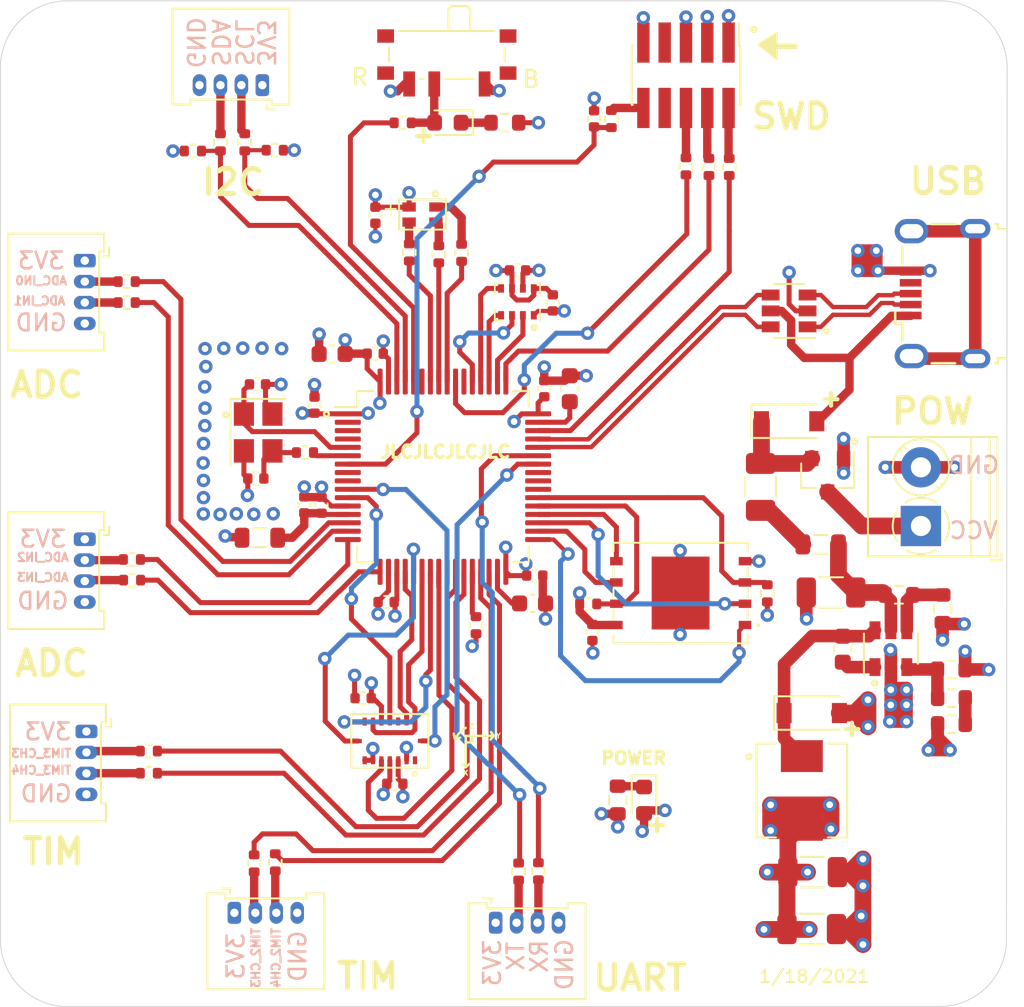
<source format=kicad_pcb>
(kicad_pcb (version 20171130) (host pcbnew "(5.1.8)-1")
  (layers (0 F.Cu signal) (1 In1.Cu power) (2 In2.Cu power) (31 B.Cu signal) (34 B.Paste user) (35 F.Paste user) (36 B.SilkS user) (37 F.SilkS user) (38 B.Mask user) (39 F.Mask user) (44 Edge.Cuts user))
  (net 0 "")
  (net 1 "Net-(C1-Pad1)")
  (net 2 GND)
  (net 3 "Net-(C2-Pad2)")
  (net 4 "Net-(C2-Pad1)")
  (net 5 +3V3)
  (net 6 "Net-(C6-Pad1)")
  (net 7 "Net-(C8-Pad1)")
  (net 8 +3.3VA)
  (net 9 HSE_IN)
  (net 10 "Net-(C16-Pad1)")
  (net 11 NRST)
  (net 12 +5V)
  (net 13 "Net-(D1-Pad1)")
  (net 14 "Net-(D3-Pad1)")
  (net 15 "Net-(D4-Pad1)")
  (net 16 "Net-(D4-Pad2)")
  (net 17 "Net-(D5-Pad1)")
  (net 18 "Net-(D5-Pad2)")
  (net 19 "Net-(D5-Pad3)")
  (net 20 "Net-(F1-Pad1)")
  (net 21 USB_CONN_D-)
  (net 22 USB_CONN_D+)
  (net 23 "Net-(J1-Pad4)")
  (net 24 "Net-(J1-Pad6)")
  (net 25 VCC)
  (net 26 "Net-(J3-Pad2)")
  (net 27 "Net-(J3-Pad3)")
  (net 28 "Net-(J4-Pad3)")
  (net 29 "Net-(J4-Pad2)")
  (net 30 "Net-(J5-Pad2)")
  (net 31 "Net-(J5-Pad4)")
  (net 32 "Net-(J5-Pad6)")
  (net 33 "Net-(J5-Pad7)")
  (net 34 "Net-(J5-Pad8)")
  (net 35 "Net-(J5-Pad10)")
  (net 36 "Net-(J6-Pad2)")
  (net 37 "Net-(J6-Pad3)")
  (net 38 "Net-(J7-Pad3)")
  (net 39 "Net-(J7-Pad2)")
  (net 40 "Net-(J8-Pad3)")
  (net 41 "Net-(J8-Pad2)")
  (net 42 "Net-(J9-Pad2)")
  (net 43 "Net-(J9-Pad3)")
  (net 44 "Net-(R1-Pad2)")
  (net 45 "Net-(R3-Pad2)")
  (net 46 "Net-(R4-Pad2)")
  (net 47 I2C1_SCL)
  (net 48 HSE_OUT)
  (net 49 I2C1_SDA)
  (net 50 BOOT0)
  (net 51 TIM3_CH1)
  (net 52 TIM3_CH2)
  (net 53 TIM4_CH1)
  (net 54 BOOT1)
  (net 55 FLASH_!WP)
  (net 56 FLASH_!HOLD)
  (net 57 USART1_TX)
  (net 58 USART1_RX)
  (net 59 TIM3_CH3)
  (net 60 TIM3_CH4)
  (net 61 SWDIO)
  (net 62 TIM2_CH3)
  (net 63 TIM2_CH4)
  (net 64 SWCLK)
  (net 65 SWO)
  (net 66 ADC1_IN2)
  (net 67 ADC1_IN3)
  (net 68 ADC1_IN0)
  (net 69 ADC1_IN1)
  (net 70 "Net-(U2-Pad2)")
  (net 71 "Net-(U2-Pad3)")
  (net 72 "Net-(U2-Pad4)")
  (net 73 "Net-(U2-Pad8)")
  (net 74 "Net-(U2-Pad9)")
  (net 75 INT_ACC)
  (net 76 INT_GYR)
  (net 77 SPI1_!CS_ACC)
  (net 78 SPI1_SCK)
  (net 79 SPI1_MISO)
  (net 80 SPI1_MOSI)
  (net 81 SPI1_!CS_GYR)
  (net 82 "Net-(U2-Pad25)")
  (net 83 SPI2_!CS)
  (net 84 SPI2_SCK)
  (net 85 SPI2_MISO)
  (net 86 SPI2_MOSI)
  (net 87 "Net-(U2-Pad39)")
  (net 88 "Net-(U2-Pad40)")
  (net 89 "Net-(U2-Pad41)")
  (net 90 USB_D-)
  (net 91 USB_D+)
  (net 92 SPI3_!CS)
  (net 93 SPI3_SCK)
  (net 94 SPI3_MISO)
  (net 95 SPI3_MOSI)
  (net 96 "Net-(U2-Pad54)")
  (net 97 "Net-(U2-Pad59)")
  (net 98 "Net-(U5-Pad1)")
  (net 99 "Net-(U5-Pad13)")
  (module RGB_LED:19-237-R6GHBHC-A01-2T (layer F.Cu) (at 150.14 78.75 180)
    (fp_text reference D5)
    (fp_text value 19-237/R6GHBHC-A01/2T)
    (fp_text user + (at 1.9 0.4) (layer F.SilkS) (effects (font (size 0.8 0.8) (thickness 0.1))))
    (pad 3 smd rect (at 0.8 -0.45 180) (size 0.8 0.55) (layers F.Cu F.Paste F.Mask) (net 19 "Net-(D5-Pad3)"))
    (pad 4 smd rect (at 0.8 0.45 180) (size 0.8 0.55) (layers F.Cu F.Paste F.Mask) (net 5 +3V3))
    (pad 1 smd rect (at -0.8 0.45 180) (size 0.8 0.55) (layers F.Cu F.Paste F.Mask) (net 17 "Net-(D5-Pad1)"))
    (pad 2 smd rect (at -0.8 -0.45 180) (size 0.8 0.55) (layers F.Cu F.Paste F.Mask) (net 18 "Net-(D5-Pad2)"))
  )
  (module Capacitor_SMD:C_0402_1005Metric (layer F.Cu) (at 140.2 94.5 180)
    (fp_text reference C16)
    (fp_text value 12p)
    (pad 2 smd roundrect (at 0.48 0 180) (size 0.56 0.62) (layers F.Cu F.Paste F.Mask) (net 2 GND))
    (pad 1 smd roundrect (at -0.48 0 180) (size 0.56 0.62) (layers F.Cu F.Paste F.Mask) (net 10 "Net-(C16-Pad1)"))
  )
  (module Capacitor_SMD:C_0402_1005Metric (layer F.Cu) (at 140.3 88.88)
    (fp_text reference C15)
    (fp_text value 12p)
    (pad 2 smd roundrect (at 0.48 0) (size 0.56 0.62) (layers F.Cu F.Paste F.Mask) (net 2 GND))
    (pad 1 smd roundrect (at -0.48 0) (size 0.56 0.62) (layers F.Cu F.Paste F.Mask) (net 9 HSE_IN))
  )
  (module Connector_USB:USB_Micro-B_Wuerth_629105150521 (layer F.Cu) (at 181.15 83.47 90)
    (fp_text reference J1)
    (fp_text value USB_B_Micro)
    (pad "" np_thru_hole oval (at 2.5 -0.8 90) (size 0.8 0.8) (drill 0.8) (layers *.Cu *.Mask))
    (pad "" np_thru_hole oval (at -2.5 -0.8 90) (size 0.8 0.8) (drill 0.8) (layers *.Cu *.Mask))
    (pad 6 thru_hole oval (at 3.875 1.95 90) (size 1.15 1.8) (drill oval 0.55 1.2) (layers *.Cu *.Mask) (net 24 "Net-(J1-Pad6)"))
    (pad 6 thru_hole oval (at -3.875 1.95 90) (size 1.15 1.8) (drill oval 0.55 1.2) (layers *.Cu *.Mask) (net 24 "Net-(J1-Pad6)"))
    (pad 6 thru_hole oval (at 3.725 -1.85 90) (size 1.45 2) (drill oval 0.85 1.4) (layers *.Cu *.Mask) (net 24 "Net-(J1-Pad6)"))
    (pad 6 thru_hole oval (at -3.725 -1.85 90) (size 1.45 2) (drill oval 0.85 1.4) (layers *.Cu *.Mask) (net 24 "Net-(J1-Pad6)"))
    (pad 5 smd rect (at 1.3 -1.9 90) (size 0.45 1.3) (layers F.Cu F.Paste F.Mask) (net 2 GND))
    (pad 4 smd rect (at 0.65 -1.9 90) (size 0.45 1.3) (layers F.Cu F.Paste F.Mask) (net 23 "Net-(J1-Pad4)"))
    (pad 3 smd rect (at 0 -1.9 90) (size 0.45 1.3) (layers F.Cu F.Paste F.Mask) (net 22 USB_CONN_D+))
    (pad 2 smd rect (at -0.65 -1.9 90) (size 0.45 1.3) (layers F.Cu F.Paste F.Mask) (net 21 USB_CONN_D-))
    (pad 1 smd rect (at -1.3 -1.9 90) (size 0.45 1.3) (layers F.Cu F.Paste F.Mask) (net 12 +5V))
  )
  (module Button_Switch_SMD:SW_SPDT_PCM12 (layer F.Cu) (at 151.59 69.53 180)
    (fp_text reference SW1)
    (fp_text value SW_SPDT)
    (pad "" np_thru_hole circle (at -1.5 0.33 180) (size 0.9 0.9) (drill 0.9) (layers *.Cu *.Mask))
    (pad "" np_thru_hole circle (at 1.5 0.33 180) (size 0.9 0.9) (drill 0.9) (layers *.Cu *.Mask))
    (pad 1 smd rect (at -2.25 -1.43 180) (size 0.7 1.5) (layers F.Cu F.Paste F.Mask) (net 5 +3V3))
    (pad 2 smd rect (at 0.75 -1.43 180) (size 0.7 1.5) (layers F.Cu F.Paste F.Mask) (net 16 "Net-(D4-Pad2)"))
    (pad 3 smd rect (at 2.25 -1.43 180) (size 0.7 1.5) (layers F.Cu F.Paste F.Mask) (net 2 GND))
    (pad "" smd rect (at -3.65 1.43 180) (size 1 0.8) (layers F.Cu F.Paste F.Mask))
    (pad "" smd rect (at 3.65 1.43 180) (size 1 0.8) (layers F.Cu F.Paste F.Mask))
    (pad "" smd rect (at 3.65 -0.78 180) (size 1 0.8) (layers F.Cu F.Paste F.Mask))
    (pad "" smd rect (at -3.65 -0.78 180) (size 1 0.8) (layers F.Cu F.Paste F.Mask))
  )
  (module Inductor_SMD:L_0805_2012Metric (layer F.Cu) (at 173.88 98.43 180)
    (fp_text reference FB1)
    (fp_text value "600 @ 600 MHz")
    (pad 2 smd roundrect (at 1.0625 0 180) (size 0.875 1.2) (layers F.Cu F.Paste F.Mask) (net 20 "Net-(F1-Pad1)"))
    (pad 1 smd roundrect (at -1.0625 0 180) (size 0.875 1.2) (layers F.Cu F.Paste F.Mask) (net 1 "Net-(C1-Pad1)"))
  )
  (module TerminalBlock_Phoenix:TerminalBlock_Phoenix_PT-1,5-2-3.5-H_1x02_P3.50mm_Horizontal (layer F.Cu) (at 179.86 97.33 90)
    (fp_text reference J2)
    (fp_text value Conn_01x02)
    (pad 2 thru_hole circle (at 3.5 0 90) (size 2.4 2.4) (drill 1.2) (layers *.Cu *.Mask) (net 2 GND))
    (pad 1 thru_hole rect (at 0 0 90) (size 2.4 2.4) (drill 1.2) (layers *.Cu *.Mask) (net 25 VCC))
  )
  (module Package_QFP:LQFP-64_10x10mm_P0.5mm (layer F.Cu) (at 151.36 94.39)
    (fp_text reference U2)
    (fp_text value STM32F405RGT6)
    (pad 1 smd roundrect (at -5.675 -3.75) (size 1.55 0.3) (layers F.Cu F.Paste F.Mask) (net 5 +3V3))
    (pad 2 smd roundrect (at -5.675 -3.25) (size 1.55 0.3) (layers F.Cu F.Paste F.Mask) (net 70 "Net-(U2-Pad2)"))
    (pad 3 smd roundrect (at -5.675 -2.75) (size 1.55 0.3) (layers F.Cu F.Paste F.Mask) (net 71 "Net-(U2-Pad3)"))
    (pad 4 smd roundrect (at -5.675 -2.25) (size 1.55 0.3) (layers F.Cu F.Paste F.Mask) (net 72 "Net-(U2-Pad4)"))
    (pad 5 smd roundrect (at -5.675 -1.75) (size 1.55 0.3) (layers F.Cu F.Paste F.Mask) (net 9 HSE_IN))
    (pad 6 smd roundrect (at -5.675 -1.25) (size 1.55 0.3) (layers F.Cu F.Paste F.Mask) (net 48 HSE_OUT))
    (pad 7 smd roundrect (at -5.675 -0.75) (size 1.55 0.3) (layers F.Cu F.Paste F.Mask) (net 11 NRST))
    (pad 8 smd roundrect (at -5.675 -0.25) (size 1.55 0.3) (layers F.Cu F.Paste F.Mask) (net 73 "Net-(U2-Pad8)"))
    (pad 9 smd roundrect (at -5.675 0.25) (size 1.55 0.3) (layers F.Cu F.Paste F.Mask) (net 74 "Net-(U2-Pad9)"))
    (pad 10 smd roundrect (at -5.675 0.75) (size 1.55 0.3) (layers F.Cu F.Paste F.Mask) (net 75 INT_ACC))
    (pad 11 smd roundrect (at -5.675 1.25) (size 1.55 0.3) (layers F.Cu F.Paste F.Mask) (net 76 INT_GYR))
    (pad 12 smd roundrect (at -5.675 1.75) (size 1.55 0.3) (layers F.Cu F.Paste F.Mask) (net 2 GND))
    (pad 13 smd roundrect (at -5.675 2.25) (size 1.55 0.3) (layers F.Cu F.Paste F.Mask) (net 8 +3.3VA))
    (pad 14 smd roundrect (at -5.675 2.75) (size 1.55 0.3) (layers F.Cu F.Paste F.Mask) (net 68 ADC1_IN0))
    (pad 15 smd roundrect (at -5.675 3.25) (size 1.55 0.3) (layers F.Cu F.Paste F.Mask) (net 69 ADC1_IN1))
    (pad 16 smd roundrect (at -5.675 3.75) (size 1.55 0.3) (layers F.Cu F.Paste F.Mask) (net 66 ADC1_IN2))
    (pad 17 smd roundrect (at -3.75 5.675) (size 0.3 1.55) (layers F.Cu F.Paste F.Mask) (net 67 ADC1_IN3))
    (pad 18 smd roundrect (at -3.25 5.675) (size 0.3 1.55) (layers F.Cu F.Paste F.Mask) (net 2 GND))
    (pad 19 smd roundrect (at -2.75 5.675) (size 0.3 1.55) (layers F.Cu F.Paste F.Mask) (net 5 +3V3))
    (pad 20 smd roundrect (at -2.25 5.675) (size 0.3 1.55) (layers F.Cu F.Paste F.Mask) (net 77 SPI1_!CS_ACC))
    (pad 21 smd roundrect (at -1.75 5.675) (size 0.3 1.55) (layers F.Cu F.Paste F.Mask) (net 78 SPI1_SCK))
    (pad 22 smd roundrect (at -1.25 5.675) (size 0.3 1.55) (layers F.Cu F.Paste F.Mask) (net 79 SPI1_MISO))
    (pad 23 smd roundrect (at -0.75 5.675) (size 0.3 1.55) (layers F.Cu F.Paste F.Mask) (net 80 SPI1_MOSI))
    (pad 24 smd roundrect (at -0.25 5.675) (size 0.3 1.55) (layers F.Cu F.Paste F.Mask) (net 81 SPI1_!CS_GYR))
    (pad 25 smd roundrect (at 0.25 5.675) (size 0.3 1.55) (layers F.Cu F.Paste F.Mask) (net 82 "Net-(U2-Pad25)"))
    (pad 26 smd roundrect (at 0.75 5.675) (size 0.3 1.55) (layers F.Cu F.Paste F.Mask) (net 59 TIM3_CH3))
    (pad 27 smd roundrect (at 1.25 5.675) (size 0.3 1.55) (layers F.Cu F.Paste F.Mask) (net 60 TIM3_CH4))
    (pad 28 smd roundrect (at 1.75 5.675) (size 0.3 1.55) (layers F.Cu F.Paste F.Mask) (net 54 BOOT1))
    (pad 29 smd roundrect (at 2.25 5.675) (size 0.3 1.55) (layers F.Cu F.Paste F.Mask) (net 62 TIM2_CH3))
    (pad 30 smd roundrect (at 2.75 5.675) (size 0.3 1.55) (layers F.Cu F.Paste F.Mask) (net 63 TIM2_CH4))
    (pad 31 smd roundrect (at 3.25 5.675) (size 0.3 1.55) (layers F.Cu F.Paste F.Mask) (net 6 "Net-(C6-Pad1)"))
    (pad 32 smd roundrect (at 3.75 5.675) (size 0.3 1.55) (layers F.Cu F.Paste F.Mask) (net 5 +3V3))
    (pad 33 smd roundrect (at 5.675 3.75) (size 1.55 0.3) (layers F.Cu F.Paste F.Mask) (net 83 SPI2_!CS))
    (pad 34 smd roundrect (at 5.675 3.25) (size 1.55 0.3) (layers F.Cu F.Paste F.Mask) (net 84 SPI2_SCK))
    (pad 35 smd roundrect (at 5.675 2.75) (size 1.55 0.3) (layers F.Cu F.Paste F.Mask) (net 85 SPI2_MISO))
    (pad 36 smd roundrect (at 5.675 2.25) (size 1.55 0.3) (layers F.Cu F.Paste F.Mask) (net 86 SPI2_MOSI))
    (pad 37 smd roundrect (at 5.675 1.75) (size 1.55 0.3) (layers F.Cu F.Paste F.Mask) (net 56 FLASH_!HOLD))
    (pad 38 smd roundrect (at 5.675 1.25) (size 1.55 0.3) (layers F.Cu F.Paste F.Mask) (net 55 FLASH_!WP))
    (pad 39 smd roundrect (at 5.675 0.75) (size 1.55 0.3) (layers F.Cu F.Paste F.Mask) (net 87 "Net-(U2-Pad39)"))
    (pad 40 smd roundrect (at 5.675 0.25) (size 1.55 0.3) (layers F.Cu F.Paste F.Mask) (net 88 "Net-(U2-Pad40)"))
    (pad 41 smd roundrect (at 5.675 -0.25) (size 1.55 0.3) (layers F.Cu F.Paste F.Mask) (net 89 "Net-(U2-Pad41)"))
    (pad 42 smd roundrect (at 5.675 -0.75) (size 1.55 0.3) (layers F.Cu F.Paste F.Mask) (net 57 USART1_TX))
    (pad 43 smd roundrect (at 5.675 -1.25) (size 1.55 0.3) (layers F.Cu F.Paste F.Mask) (net 58 USART1_RX))
    (pad 44 smd roundrect (at 5.675 -1.75) (size 1.55 0.3) (layers F.Cu F.Paste F.Mask) (net 90 USB_D-))
    (pad 45 smd roundrect (at 5.675 -2.25) (size 1.55 0.3) (layers F.Cu F.Paste F.Mask) (net 91 USB_D+))
    (pad 46 smd roundrect (at 5.675 -2.75) (size 1.55 0.3) (layers F.Cu F.Paste F.Mask) (net 61 SWDIO))
    (pad 47 smd roundrect (at 5.675 -3.25) (size 1.55 0.3) (layers F.Cu F.Paste F.Mask) (net 7 "Net-(C8-Pad1)"))
    (pad 48 smd roundrect (at 5.675 -3.75) (size 1.55 0.3) (layers F.Cu F.Paste F.Mask) (net 5 +3V3))
    (pad 49 smd roundrect (at 3.75 -5.675) (size 0.3 1.55) (layers F.Cu F.Paste F.Mask) (net 64 SWCLK))
    (pad 50 smd roundrect (at 3.25 -5.675) (size 0.3 1.55) (layers F.Cu F.Paste F.Mask) (net 92 SPI3_!CS))
    (pad 51 smd roundrect (at 2.75 -5.675) (size 0.3 1.55) (layers F.Cu F.Paste F.Mask) (net 93 SPI3_SCK))
    (pad 52 smd roundrect (at 2.25 -5.675) (size 0.3 1.55) (layers F.Cu F.Paste F.Mask) (net 94 SPI3_MISO))
    (pad 53 smd roundrect (at 1.75 -5.675) (size 0.3 1.55) (layers F.Cu F.Paste F.Mask) (net 95 SPI3_MOSI))
    (pad 54 smd roundrect (at 1.25 -5.675) (size 0.3 1.55) (layers F.Cu F.Paste F.Mask) (net 96 "Net-(U2-Pad54)"))
    (pad 55 smd roundrect (at 0.75 -5.675) (size 0.3 1.55) (layers F.Cu F.Paste F.Mask) (net 65 SWO))
    (pad 56 smd roundrect (at 0.25 -5.675) (size 0.3 1.55) (layers F.Cu F.Paste F.Mask) (net 51 TIM3_CH1))
    (pad 57 smd roundrect (at -0.25 -5.675) (size 0.3 1.55) (layers F.Cu F.Paste F.Mask) (net 52 TIM3_CH2))
    (pad 58 smd roundrect (at -0.75 -5.675) (size 0.3 1.55) (layers F.Cu F.Paste F.Mask) (net 53 TIM4_CH1))
    (pad 59 smd roundrect (at -1.25 -5.675) (size 0.3 1.55) (layers F.Cu F.Paste F.Mask) (net 97 "Net-(U2-Pad59)"))
    (pad 60 smd roundrect (at -1.75 -5.675) (size 0.3 1.55) (layers F.Cu F.Paste F.Mask) (net 50 BOOT0))
    (pad 61 smd roundrect (at -2.25 -5.675) (size 0.3 1.55) (layers F.Cu F.Paste F.Mask) (net 47 I2C1_SCL))
    (pad 62 smd roundrect (at -2.75 -5.675) (size 0.3 1.55) (layers F.Cu F.Paste F.Mask) (net 49 I2C1_SDA))
    (pad 63 smd roundrect (at -3.25 -5.675) (size 0.3 1.55) (layers F.Cu F.Paste F.Mask) (net 2 GND))
    (pad 64 smd roundrect (at -3.75 -5.675) (size 0.3 1.55) (layers F.Cu F.Paste F.Mask) (net 5 +3V3))
  )
  (module Diode_SMD:D_SOD-123 (layer F.Cu) (at 172 91.08)
    (fp_text reference D1)
    (fp_text value B5819W)
    (pad 2 smd rect (at 1.65 0) (size 0.9 1.2) (layers F.Cu F.Paste F.Mask) (net 12 +5V))
    (pad 1 smd rect (at -1.65 0) (size 0.9 1.2) (layers F.Cu F.Paste F.Mask) (net 13 "Net-(D1-Pad1)"))
  )
  (module Connector_Molex:Molex_PicoBlade_53048-0410_1x04_P1.25mm_Horizontal (layer F.Cu) (at 140.59 71.03 180)
    (fp_text reference J4)
    (fp_text value Conn_01x04)
    (pad 4 thru_hole oval (at 3.75 0 180) (size 0.8 1.3) (drill 0.5) (layers *.Cu *.Mask) (net 2 GND))
    (pad 3 thru_hole oval (at 2.5 0 180) (size 0.8 1.3) (drill 0.5) (layers *.Cu *.Mask) (net 28 "Net-(J4-Pad3)"))
    (pad 2 thru_hole oval (at 1.25 0 180) (size 0.8 1.3) (drill 0.5) (layers *.Cu *.Mask) (net 29 "Net-(J4-Pad2)"))
    (pad 1 thru_hole roundrect (at 0 0 180) (size 0.8 1.3) (drill 0.5) (layers *.Cu *.Mask) (net 5 +3V3))
  )
  (module Connector_Molex:Molex_PicoBlade_53048-0410_1x04_P1.25mm_Horizontal (layer F.Cu) (at 154.5 121)
    (fp_text reference J3)
    (fp_text value Conn_01x04)
    (pad 4 thru_hole oval (at 3.75 0) (size 0.8 1.3) (drill 0.5) (layers *.Cu *.Mask) (net 2 GND))
    (pad 3 thru_hole oval (at 2.5 0) (size 0.8 1.3) (drill 0.5) (layers *.Cu *.Mask) (net 27 "Net-(J3-Pad3)"))
    (pad 2 thru_hole oval (at 1.25 0) (size 0.8 1.3) (drill 0.5) (layers *.Cu *.Mask) (net 26 "Net-(J3-Pad2)"))
    (pad 1 thru_hole roundrect (at 0 0) (size 0.8 1.3) (drill 0.5) (layers *.Cu *.Mask) (net 5 +3V3))
  )
  (module Connector_Molex:Molex_PicoBlade_53048-0410_1x04_P1.25mm_Horizontal (layer F.Cu) (at 138.92 120.41)
    (fp_text reference J7)
    (fp_text value Conn_01x04)
    (pad 4 thru_hole oval (at 3.75 0) (size 0.8 1.3) (drill 0.5) (layers *.Cu *.Mask) (net 2 GND))
    (pad 3 thru_hole oval (at 2.5 0) (size 0.8 1.3) (drill 0.5) (layers *.Cu *.Mask) (net 38 "Net-(J7-Pad3)"))
    (pad 2 thru_hole oval (at 1.25 0) (size 0.8 1.3) (drill 0.5) (layers *.Cu *.Mask) (net 39 "Net-(J7-Pad2)"))
    (pad 1 thru_hole roundrect (at 0 0) (size 0.8 1.3) (drill 0.5) (layers *.Cu *.Mask) (net 5 +3V3))
  )
  (module Connector_Molex:Molex_PicoBlade_53048-0410_1x04_P1.25mm_Horizontal (layer F.Cu) (at 130.1 109.59 270)
    (fp_text reference J6)
    (fp_text value Conn_01x04)
    (pad 4 thru_hole oval (at 3.75 0 270) (size 0.8 1.3) (drill 0.5) (layers *.Cu *.Mask) (net 2 GND))
    (pad 3 thru_hole oval (at 2.5 0 270) (size 0.8 1.3) (drill 0.5) (layers *.Cu *.Mask) (net 37 "Net-(J6-Pad3)"))
    (pad 2 thru_hole oval (at 1.25 0 270) (size 0.8 1.3) (drill 0.5) (layers *.Cu *.Mask) (net 36 "Net-(J6-Pad2)"))
    (pad 1 thru_hole roundrect (at 0 0 270) (size 0.8 1.3) (drill 0.5) (layers *.Cu *.Mask) (net 5 +3V3))
  )
  (module Connector_Molex:Molex_PicoBlade_53048-0410_1x04_P1.25mm_Horizontal (layer F.Cu) (at 130 81.5 270)
    (fp_text reference J8)
    (fp_text value Conn_01x04)
    (pad 4 thru_hole oval (at 3.75 0 270) (size 0.8 1.3) (drill 0.5) (layers *.Cu *.Mask) (net 2 GND))
    (pad 3 thru_hole oval (at 2.5 0 270) (size 0.8 1.3) (drill 0.5) (layers *.Cu *.Mask) (net 40 "Net-(J8-Pad3)"))
    (pad 2 thru_hole oval (at 1.25 0 270) (size 0.8 1.3) (drill 0.5) (layers *.Cu *.Mask) (net 41 "Net-(J8-Pad2)"))
    (pad 1 thru_hole roundrect (at 0 0 270) (size 0.8 1.3) (drill 0.5) (layers *.Cu *.Mask) (net 5 +3V3))
  )
  (module Connector_Molex:Molex_PicoBlade_53048-0410_1x04_P1.25mm_Horizontal (layer F.Cu) (at 130 98.12 270)
    (fp_text reference J9)
    (fp_text value Conn_01x04)
    (pad 4 thru_hole oval (at 3.75 0 270) (size 0.8 1.3) (drill 0.5) (layers *.Cu *.Mask) (net 2 GND))
    (pad 3 thru_hole oval (at 2.5 0 270) (size 0.8 1.3) (drill 0.5) (layers *.Cu *.Mask) (net 43 "Net-(J9-Pad3)"))
    (pad 2 thru_hole oval (at 1.25 0 270) (size 0.8 1.3) (drill 0.5) (layers *.Cu *.Mask) (net 42 "Net-(J9-Pad2)"))
    (pad 1 thru_hole roundrect (at 0 0 270) (size 0.8 1.3) (drill 0.5) (layers *.Cu *.Mask) (net 5 +3V3))
  )
  (module Capacitor_SMD:C_1206_3216Metric (layer F.Cu) (at 174.5 101.3 180)
    (fp_text reference C1)
    (fp_text value 10u)
    (pad 1 smd roundrect (at -1.475 0 180) (size 1.15 1.8) (layers F.Cu F.Paste F.Mask) (roundrect_rratio 0.2173904347826087) (net 1 "Net-(C1-Pad1)"))
    (pad 2 smd roundrect (at 1.475 0 180) (size 1.15 1.8) (layers F.Cu F.Paste F.Mask) (roundrect_rratio 0.2173904347826087) (net 2 GND))
  )
  (module Capacitor_SMD:C_0603_1608Metric (layer F.Cu) (at 175.2 104.68 270)
    (fp_text reference C2)
    (fp_text value 10n)
    (pad 2 smd roundrect (at 0.775 0 270) (size 0.9 0.95) (layers F.Cu F.Paste F.Mask) (net 3 "Net-(C2-Pad2)"))
    (pad 1 smd roundrect (at -0.775 0 270) (size 0.9 0.95) (layers F.Cu F.Paste F.Mask) (net 4 "Net-(C2-Pad1)"))
  )
  (module Capacitor_SMD:C_1206_3216Metric (layer F.Cu) (at 173.35 121.38)
    (fp_text reference C3)
    (fp_text value 10u)
    (pad 2 smd roundrect (at 1.475 0) (size 1.15 1.8) (layers F.Cu F.Paste F.Mask) (roundrect_rratio 0.2173904347826087) (net 2 GND))
    (pad 1 smd roundrect (at -1.475 0) (size 1.15 1.8) (layers F.Cu F.Paste F.Mask) (roundrect_rratio 0.2173904347826087) (net 5 +3V3))
  )
  (module Capacitor_SMD:C_1206_3216Metric (layer F.Cu) (at 173.4 117.98)
    (fp_text reference C4)
    (fp_text value 10u)
    (pad 1 smd roundrect (at -1.475 0) (size 1.15 1.8) (layers F.Cu F.Paste F.Mask) (roundrect_rratio 0.2173904347826087) (net 5 +3V3))
    (pad 2 smd roundrect (at 1.475 0) (size 1.15 1.8) (layers F.Cu F.Paste F.Mask) (roundrect_rratio 0.2173904347826087) (net 2 GND))
  )
  (module Capacitor_SMD:C_0603_1608Metric (layer F.Cu) (at 144.75 87.07 180)
    (fp_text reference C5)
    (fp_text value 4u7)
    (pad 1 smd roundrect (at -0.775 0 180) (size 0.9 0.95) (layers F.Cu F.Paste F.Mask) (net 5 +3V3))
    (pad 2 smd roundrect (at 0.775 0 180) (size 0.9 0.95) (layers F.Cu F.Paste F.Mask) (net 2 GND))
  )
  (module Capacitor_SMD:C_0603_1608Metric (layer F.Cu) (at 156.7 101.95)
    (fp_text reference C6)
    (fp_text value 2u2)
    (pad 1 smd roundrect (at -0.775 0) (size 0.9 0.95) (layers F.Cu F.Paste F.Mask) (net 6 "Net-(C6-Pad1)"))
    (pad 2 smd roundrect (at 0.775 0) (size 0.9 0.95) (layers F.Cu F.Paste F.Mask) (net 2 GND))
  )
  (module Capacitor_SMD:C_0402_1005Metric (layer F.Cu) (at 143.7 90.12 90)
    (fp_text reference C7)
    (fp_text value 100n)
    (pad 1 smd roundrect (at -0.48 0 90) (size 0.56 0.62) (layers F.Cu F.Paste F.Mask) (net 5 +3V3))
    (pad 2 smd roundrect (at 0.48 0 90) (size 0.56 0.62) (layers F.Cu F.Paste F.Mask) (net 2 GND))
  )
  (module Capacitor_SMD:C_0603_1608Metric (layer F.Cu) (at 158.92 89.14 90)
    (fp_text reference C8)
    (fp_text value 2u2)
    (pad 2 smd roundrect (at 0.775 0 90) (size 0.9 0.95) (layers F.Cu F.Paste F.Mask) (net 2 GND))
    (pad 1 smd roundrect (at -0.775 0 90) (size 0.9 0.95) (layers F.Cu F.Paste F.Mask) (net 7 "Net-(C8-Pad1)"))
  )
  (module Capacitor_SMD:C_0402_1005Metric (layer F.Cu) (at 147.97 101.87 180)
    (fp_text reference C9)
    (fp_text value 100n)
    (pad 1 smd roundrect (at -0.48 0 180) (size 0.56 0.62) (layers F.Cu F.Paste F.Mask) (net 5 +3V3))
    (pad 2 smd roundrect (at 0.48 0 180) (size 0.56 0.62) (layers F.Cu F.Paste F.Mask) (net 2 GND))
  )
  (module Capacitor_SMD:C_0402_1005Metric (layer F.Cu) (at 156.83 100.29)
    (fp_text reference C10)
    (fp_text value 100n)
    (pad 2 smd roundrect (at 0.48 0) (size 0.56 0.62) (layers F.Cu F.Paste F.Mask) (net 2 GND))
    (pad 1 smd roundrect (at -0.48 0) (size 0.56 0.62) (layers F.Cu F.Paste F.Mask) (net 5 +3V3))
  )
  (module Capacitor_SMD:C_0402_1005Metric (layer F.Cu) (at 147.32 87.05)
    (fp_text reference C11)
    (fp_text value 100n)
    (pad 2 smd roundrect (at 0.48 0) (size 0.56 0.62) (layers F.Cu F.Paste F.Mask) (net 2 GND))
    (pad 1 smd roundrect (at -0.48 0) (size 0.56 0.62) (layers F.Cu F.Paste F.Mask) (net 5 +3V3))
  )
  (module Capacitor_SMD:C_0402_1005Metric (layer F.Cu) (at 157.4 89.14 90)
    (fp_text reference C12)
    (fp_text value 100n)
    (pad 1 smd roundrect (at -0.48 0 90) (size 0.56 0.62) (layers F.Cu F.Paste F.Mask) (net 5 +3V3))
    (pad 2 smd roundrect (at 0.48 0 90) (size 0.56 0.62) (layers F.Cu F.Paste F.Mask) (net 2 GND))
  )
  (module Capacitor_SMD:C_0402_1005Metric (layer F.Cu) (at 143.09 96.07 90)
    (fp_text reference C13)
    (fp_text value 1u)
    (pad 2 smd roundrect (at 0.48 0 90) (size 0.56 0.62) (layers F.Cu F.Paste F.Mask) (net 2 GND))
    (pad 1 smd roundrect (at -0.48 0 90) (size 0.56 0.62) (layers F.Cu F.Paste F.Mask) (net 8 +3.3VA))
  )
  (module Capacitor_SMD:C_0402_1005Metric (layer F.Cu) (at 144.12 96.09 90)
    (fp_text reference C14)
    (fp_text value 10n)
    (pad 1 smd roundrect (at -0.48 0 90) (size 0.56 0.62) (layers F.Cu F.Paste F.Mask) (net 8 +3.3VA))
    (pad 2 smd roundrect (at 0.48 0 90) (size 0.56 0.62) (layers F.Cu F.Paste F.Mask) (net 2 GND))
  )
  (module Capacitor_SMD:C_0402_1005Metric (layer F.Cu) (at 147.33 78.79 270)
    (fp_text reference C17)
    (fp_text value 100n)
    (pad 1 smd roundrect (at -0.48 0 270) (size 0.56 0.62) (layers F.Cu F.Paste F.Mask) (net 5 +3V3))
    (pad 2 smd roundrect (at 0.48 0 270) (size 0.56 0.62) (layers F.Cu F.Paste F.Mask) (net 2 GND))
  )
  (module Capacitor_SMD:C_0402_1005Metric (layer F.Cu) (at 160.27 103.68 270)
    (fp_text reference C18)
    (fp_text value 100n)
    (pad 2 smd roundrect (at 0.48 0 270) (size 0.56 0.62) (layers F.Cu F.Paste F.Mask) (net 2 GND))
    (pad 1 smd roundrect (at -0.48 0 270) (size 0.56 0.62) (layers F.Cu F.Paste F.Mask) (net 5 +3V3))
  )
  (module Capacitor_SMD:C_0402_1005Metric (layer F.Cu) (at 157.91 84.02 270)
    (fp_text reference C19)
    (fp_text value 100n)
    (pad 1 smd roundrect (at -0.48 0 270) (size 0.56 0.62) (layers F.Cu F.Paste F.Mask) (net 5 +3V3))
    (pad 2 smd roundrect (at 0.48 0 270) (size 0.56 0.62) (layers F.Cu F.Paste F.Mask) (net 2 GND))
  )
  (module Capacitor_SMD:C_0402_1005Metric (layer F.Cu) (at 155.81 82.08)
    (fp_text reference C20)
    (fp_text value 100n)
    (pad 2 smd roundrect (at 0.48 0) (size 0.56 0.62) (layers F.Cu F.Paste F.Mask) (net 2 GND))
    (pad 1 smd roundrect (at -0.48 0) (size 0.56 0.62) (layers F.Cu F.Paste F.Mask) (net 5 +3V3))
  )
  (module Capacitor_SMD:C_0402_1005Metric (layer F.Cu) (at 146.6 107.6 180)
    (fp_text reference C21)
    (fp_text value 100n)
    (pad 1 smd roundrect (at -0.48 0 180) (size 0.56 0.62) (layers F.Cu F.Paste F.Mask) (net 5 +3V3))
    (pad 2 smd roundrect (at 0.48 0 180) (size 0.56 0.62) (layers F.Cu F.Paste F.Mask) (net 2 GND))
  )
  (module Capacitor_SMD:C_0402_1005Metric (layer F.Cu) (at 148.49 112.71 180)
    (fp_text reference C22)
    (fp_text value 100n)
    (pad 2 smd roundrect (at 0.48 0 180) (size 0.56 0.62) (layers F.Cu F.Paste F.Mask) (net 2 GND))
    (pad 1 smd roundrect (at -0.48 0 180) (size 0.56 0.62) (layers F.Cu F.Paste F.Mask) (net 5 +3V3))
  )
  (module Capacitor_SMD:C_0402_1005Metric (layer F.Cu) (at 160.37 73.04 90)
    (fp_text reference C23)
    (fp_text value 100n)
    (pad 2 smd roundrect (at 0.48 0 90) (size 0.56 0.62) (layers F.Cu F.Paste F.Mask) (net 2 GND))
    (pad 1 smd roundrect (at -0.48 0 90) (size 0.56 0.62) (layers F.Cu F.Paste F.Mask) (net 11 NRST))
  )
  (module Diode_SMD:D_SOD-123 (layer F.Cu) (at 173.35 108.49)
    (fp_text reference D2)
    (fp_text value B5819W)
    (pad 1 smd rect (at -1.65 0) (size 0.9 1.2) (layers F.Cu F.Paste F.Mask) (net 4 "Net-(C2-Pad1)"))
    (pad 2 smd rect (at 1.65 0) (size 0.9 1.2) (layers F.Cu F.Paste F.Mask) (net 2 GND))
  )
  (module LED_SMD:LED_0603_1608Metric (layer F.Cu) (at 163.35 113.69 270)
    (fp_text reference D3)
    (fp_text value GREEN)
    (pad 2 smd roundrect (at 0.7875 0 270) (size 0.875 0.95) (layers F.Cu F.Paste F.Mask) (net 5 +3V3))
    (pad 1 smd roundrect (at -0.7875 0 270) (size 0.875 0.95) (layers F.Cu F.Paste F.Mask) (net 14 "Net-(D3-Pad1)"))
  )
  (module LED_SMD:LED_0603_1608Metric (layer F.Cu) (at 151.65 73.27 180)
    (fp_text reference D4)
    (fp_text value RED)
    (pad 1 smd roundrect (at -0.7875 0 180) (size 0.875 0.95) (layers F.Cu F.Paste F.Mask) (net 15 "Net-(D4-Pad1)"))
    (pad 2 smd roundrect (at 0.7875 0 180) (size 0.875 0.95) (layers F.Cu F.Paste F.Mask) (net 16 "Net-(D4-Pad2)"))
  )
  (module Fuse:Fuse_1206_3216Metric (layer F.Cu) (at 170.3 95 90)
    (fp_text reference F1)
    (fp_text value "250 mA")
    (pad 1 smd roundrect (at -1.4 0 90) (size 1.25 1.75) (layers F.Cu F.Paste F.Mask) (roundrect_rratio 0.2) (net 20 "Net-(F1-Pad1)"))
    (pad 2 smd roundrect (at 1.4 0 90) (size 1.25 1.75) (layers F.Cu F.Paste F.Mask) (roundrect_rratio 0.2) (net 13 "Net-(D1-Pad1)"))
  )
  (module Inductor_SMD:L_0805_2012Metric (layer F.Cu) (at 140.44 98.03 180)
    (fp_text reference FB2)
    (fp_text value "600 @ 600 MHz")
    (pad 1 smd roundrect (at -1.0625 0 180) (size 0.875 1.2) (layers F.Cu F.Paste F.Mask) (net 8 +3.3VA))
    (pad 2 smd roundrect (at 1.0625 0 180) (size 0.875 1.2) (layers F.Cu F.Paste F.Mask) (net 5 +3V3))
  )
  (module MountingHole:MountingHole_3.2mm_M3 (layer F.Cu) (at 129 122.05)
    (fp_text reference H1)
    (fp_text value MountingHole)
    (pad 1 np_thru_hole circle (at 0 0) (size 3.2 3.2) (drill 3.2) (layers *.Cu *.Mask))
  )
  (module MountingHole:MountingHole_3.2mm_M3 (layer F.Cu) (at 181.1 69.94)
    (fp_text reference H2)
    (fp_text value MountingHole)
    (pad 1 np_thru_hole circle (at 0 0) (size 3.2 3.2) (drill 3.2) (layers *.Cu *.Mask))
  )
  (module MountingHole:MountingHole_3.2mm_M3 (layer F.Cu) (at 181 122.3)
    (fp_text reference H3)
    (fp_text value MountingHole)
    (pad 1 np_thru_hole circle (at 0 0) (size 3.2 3.2) (drill 3.2) (layers *.Cu *.Mask))
  )
  (module MountingHole:MountingHole_3.2mm_M3 (layer F.Cu) (at 129 70)
    (fp_text reference H4)
    (fp_text value MountingHole)
    (pad 1 np_thru_hole circle (at 0 0) (size 3.2 3.2) (drill 3.2) (layers *.Cu *.Mask))
  )
  (module Connector_PinHeader_1.27mm:PinHeader_2x05_P1.27mm_Vertical_SMD (layer F.Cu) (at 165.85 70.44 270)
    (fp_text reference J5)
    (fp_text value SWD)
    (pad 1 smd rect (at -1.95 -2.54 270) (size 2.4 0.74) (layers F.Cu F.Paste F.Mask) (net 5 +3V3))
    (pad 2 smd rect (at 1.95 -2.54 270) (size 2.4 0.74) (layers F.Cu F.Paste F.Mask) (net 30 "Net-(J5-Pad2)"))
    (pad 3 smd rect (at -1.95 -1.27 270) (size 2.4 0.74) (layers F.Cu F.Paste F.Mask) (net 2 GND))
    (pad 4 smd rect (at 1.95 -1.27 270) (size 2.4 0.74) (layers F.Cu F.Paste F.Mask) (net 31 "Net-(J5-Pad4)"))
    (pad 5 smd rect (at -1.95 0 270) (size 2.4 0.74) (layers F.Cu F.Paste F.Mask) (net 2 GND))
    (pad 6 smd rect (at 1.95 0 270) (size 2.4 0.74) (layers F.Cu F.Paste F.Mask) (net 32 "Net-(J5-Pad6)"))
    (pad 7 smd rect (at -1.95 1.27 270) (size 2.4 0.74) (layers F.Cu F.Paste F.Mask) (net 33 "Net-(J5-Pad7)"))
    (pad 8 smd rect (at 1.95 1.27 270) (size 2.4 0.74) (layers F.Cu F.Paste F.Mask) (net 34 "Net-(J5-Pad8)"))
    (pad 9 smd rect (at -1.95 2.54 270) (size 2.4 0.74) (layers F.Cu F.Paste F.Mask) (net 2 GND))
    (pad 10 smd rect (at 1.95 2.54 270) (size 2.4 0.74) (layers F.Cu F.Paste F.Mask) (net 35 "Net-(J5-Pad10)"))
  )
  (module Inductor_SMD:L_Sunlord_MWSA0518_5.4x5.2mm (layer F.Cu) (at 172.76 113.11 270)
    (fp_text reference L1)
    (fp_text value 10u)
    (pad 1 smd rect (at -2.05 0 270) (size 1.9 2.5) (layers F.Cu F.Paste F.Mask) (net 4 "Net-(C2-Pad1)"))
    (pad 2 smd rect (at 2.05 0 270) (size 1.9 2.5) (layers F.Cu F.Paste F.Mask) (net 5 +3V3))
  )
  (module Package_TO_SOT_SMD:SOT-23 (layer F.Cu) (at 174.3 94.3 270)
    (fp_text reference Q1)
    (fp_text value AO3401A)
    (pad 1 smd rect (at -1 -0.95 270) (size 0.9 0.8) (layers F.Cu F.Paste F.Mask) (net 2 GND))
    (pad 2 smd rect (at -1 0.95 270) (size 0.9 0.8) (layers F.Cu F.Paste F.Mask) (net 13 "Net-(D1-Pad1)"))
    (pad 3 smd rect (at 1 0 270) (size 0.9 0.8) (layers F.Cu F.Paste F.Mask) (net 25 VCC))
  )
  (module Resistor_SMD:R_0603_1608Metric (layer F.Cu) (at 178.55 101.44)
    (fp_text reference R1)
    (fp_text value 100k)
    (pad 1 smd roundrect (at -0.825 0) (size 0.8 0.95) (layers F.Cu F.Paste F.Mask) (net 1 "Net-(C1-Pad1)"))
    (pad 2 smd roundrect (at 0.825 0) (size 0.8 0.95) (layers F.Cu F.Paste F.Mask) (net 44 "Net-(R1-Pad2)"))
  )
  (module Resistor_SMD:R_0603_1608Metric (layer F.Cu) (at 181.15 102.27 270)
    (fp_text reference R2)
    (fp_text value 68k)
    (pad 2 smd roundrect (at 0.825 0 270) (size 0.8 0.95) (layers F.Cu F.Paste F.Mask) (net 2 GND))
    (pad 1 smd roundrect (at -0.825 0 270) (size 0.8 0.95) (layers F.Cu F.Paste F.Mask) (net 44 "Net-(R1-Pad2)"))
  )
  (module Resistor_SMD:R_0603_1608Metric (layer F.Cu) (at 181.67 105.89 180)
    (fp_text reference R3)
    (fp_text value 47k)
    (pad 2 smd roundrect (at 0.825 0 180) (size 0.8 0.95) (layers F.Cu F.Paste F.Mask) (net 45 "Net-(R3-Pad2)"))
    (pad 1 smd roundrect (at -0.825 0 180) (size 0.8 0.95) (layers F.Cu F.Paste F.Mask) (net 5 +3V3))
  )
  (module Resistor_SMD:R_0603_1608Metric (layer F.Cu) (at 181.68 107.6)
    (fp_text reference R4)
    (fp_text value 15k)
    (pad 1 smd roundrect (at -0.825 0) (size 0.8 0.95) (layers F.Cu F.Paste F.Mask) (net 45 "Net-(R3-Pad2)"))
    (pad 2 smd roundrect (at 0.825 0) (size 0.8 0.95) (layers F.Cu F.Paste F.Mask) (net 46 "Net-(R4-Pad2)"))
  )
  (module Resistor_SMD:R_0603_1608Metric (layer F.Cu) (at 181.68 109.15 180)
    (fp_text reference R5)
    (fp_text value 270)
    (pad 2 smd roundrect (at 0.825 0 180) (size 0.8 0.95) (layers F.Cu F.Paste F.Mask) (net 2 GND))
    (pad 1 smd roundrect (at -0.825 0 180) (size 0.8 0.95) (layers F.Cu F.Paste F.Mask) (net 46 "Net-(R4-Pad2)"))
  )
  (module Resistor_SMD:R_0603_1608Metric (layer F.Cu) (at 161.78 113.68 270)
    (fp_text reference R6)
    (fp_text value 1k5)
    (pad 1 smd roundrect (at -0.825 0 270) (size 0.8 0.95) (layers F.Cu F.Paste F.Mask) (net 14 "Net-(D3-Pad1)"))
    (pad 2 smd roundrect (at 0.825 0 270) (size 0.8 0.95) (layers F.Cu F.Paste F.Mask) (net 2 GND))
  )
  (module Resistor_SMD:R_0402_1005Metric (layer F.Cu) (at 141.33 74.91 180)
    (fp_text reference R7)
    (fp_text value 2k2)
    (pad 1 smd roundrect (at -0.51 0 180) (size 0.54 0.64) (layers F.Cu F.Paste F.Mask) (net 5 +3V3))
    (pad 2 smd roundrect (at 0.51 0 180) (size 0.54 0.64) (layers F.Cu F.Paste F.Mask) (net 47 I2C1_SCL))
  )
  (module Resistor_SMD:R_0402_1005Metric (layer F.Cu) (at 143.13 92.95 180)
    (fp_text reference R8)
    (fp_text value 47)
    (pad 1 smd roundrect (at -0.51 0 180) (size 0.54 0.64) (layers F.Cu F.Paste F.Mask) (net 48 HSE_OUT))
    (pad 2 smd roundrect (at 0.51 0 180) (size 0.54 0.64) (layers F.Cu F.Paste F.Mask) (net 10 "Net-(C16-Pad1)"))
  )
  (module Resistor_SMD:R_0402_1005Metric (layer F.Cu) (at 136.45 74.96)
    (fp_text reference R9)
    (fp_text value 2k2)
    (pad 2 smd roundrect (at 0.51 0) (size 0.54 0.64) (layers F.Cu F.Paste F.Mask) (net 49 I2C1_SDA))
    (pad 1 smd roundrect (at -0.51 0) (size 0.54 0.64) (layers F.Cu F.Paste F.Mask) (net 5 +3V3))
  )
  (module Resistor_SMD:R_0402_1005Metric (layer F.Cu) (at 148.96 73.28)
    (fp_text reference R10)
    (fp_text value 10k)
    (pad 2 smd roundrect (at 0.51 0) (size 0.54 0.64) (layers F.Cu F.Paste F.Mask) (net 16 "Net-(D4-Pad2)"))
    (pad 1 smd roundrect (at -0.51 0) (size 0.54 0.64) (layers F.Cu F.Paste F.Mask) (net 50 BOOT0))
  )
  (module Resistor_SMD:R_0402_1005Metric (layer F.Cu) (at 152.47 81.03 270)
    (fp_text reference R11)
    (fp_text value 1k)
    (pad 2 smd roundrect (at 0.51 0 270) (size 0.54 0.64) (layers F.Cu F.Paste F.Mask) (net 51 TIM3_CH1))
    (pad 1 smd roundrect (at -0.51 0 270) (size 0.54 0.64) (layers F.Cu F.Paste F.Mask) (net 17 "Net-(D5-Pad1)"))
  )
  (module Resistor_SMD:R_0402_1005Metric (layer F.Cu) (at 151.11 81.12 270)
    (fp_text reference R12)
    (fp_text value 1k)
    (pad 2 smd roundrect (at 0.51 0 270) (size 0.54 0.64) (layers F.Cu F.Paste F.Mask) (net 52 TIM3_CH2))
    (pad 1 smd roundrect (at -0.51 0 270) (size 0.54 0.64) (layers F.Cu F.Paste F.Mask) (net 18 "Net-(D5-Pad2)"))
  )
  (module Resistor_SMD:R_0402_1005Metric (layer F.Cu) (at 149.35 81.01 270)
    (fp_text reference R13)
    (fp_text value 1k)
    (pad 2 smd roundrect (at 0.51 0 270) (size 0.54 0.64) (layers F.Cu F.Paste F.Mask) (net 53 TIM4_CH1))
    (pad 1 smd roundrect (at -0.51 0 270) (size 0.54 0.64) (layers F.Cu F.Paste F.Mask) (net 19 "Net-(D5-Pad3)"))
  )
  (module Resistor_SMD:R_0603_1608Metric (layer F.Cu) (at 155.05 73.27)
    (fp_text reference R14)
    (fp_text value 1k)
    (pad 1 smd roundrect (at -0.825 0) (size 0.8 0.95) (layers F.Cu F.Paste F.Mask) (net 15 "Net-(D4-Pad1)"))
    (pad 2 smd roundrect (at 0.825 0) (size 0.8 0.95) (layers F.Cu F.Paste F.Mask) (net 2 GND))
  )
  (module Resistor_SMD:R_0402_1005Metric (layer F.Cu) (at 153.33 103.25 270)
    (fp_text reference R15)
    (fp_text value 10k)
    (pad 1 smd roundrect (at -0.51 0 270) (size 0.54 0.64) (layers F.Cu F.Paste F.Mask) (net 54 BOOT1))
    (pad 2 smd roundrect (at 0.51 0 270) (size 0.54 0.64) (layers F.Cu F.Paste F.Mask) (net 2 GND))
  )
  (module Resistor_SMD:R_0402_1005Metric (layer F.Cu) (at 170.7 101.35 90)
    (fp_text reference R16)
    (fp_text value 10k)
    (pad 2 smd roundrect (at 0.51 0 90) (size 0.54 0.64) (layers F.Cu F.Paste F.Mask) (net 55 FLASH_!WP))
    (pad 1 smd roundrect (at -0.51 0 90) (size 0.54 0.64) (layers F.Cu F.Paste F.Mask) (net 5 +3V3))
  )
  (module Resistor_SMD:R_0402_1005Metric (layer F.Cu) (at 160.02 101.98)
    (fp_text reference R17)
    (fp_text value 10k)
    (pad 1 smd roundrect (at -0.51 0) (size 0.54 0.64) (layers F.Cu F.Paste F.Mask) (net 5 +3V3))
    (pad 2 smd roundrect (at 0.51 0) (size 0.54 0.64) (layers F.Cu F.Paste F.Mask) (net 56 FLASH_!HOLD))
  )
  (module Resistor_SMD:R_0402_1005Metric (layer F.Cu) (at 155.87 117.95 90)
    (fp_text reference R18)
    (fp_text value 22)
    (pad 1 smd roundrect (at -0.51 0 90) (size 0.54 0.64) (layers F.Cu F.Paste F.Mask) (net 26 "Net-(J3-Pad2)"))
    (pad 2 smd roundrect (at 0.51 0 90) (size 0.54 0.64) (layers F.Cu F.Paste F.Mask) (net 57 USART1_TX))
  )
  (module Resistor_SMD:R_0402_1005Metric (layer F.Cu) (at 157.05 117.93 90)
    (fp_text reference R19)
    (fp_text value 22)
    (pad 2 smd roundrect (at 0.51 0 90) (size 0.54 0.64) (layers F.Cu F.Paste F.Mask) (net 58 USART1_RX))
    (pad 1 smd roundrect (at -0.51 0 90) (size 0.54 0.64) (layers F.Cu F.Paste F.Mask) (net 27 "Net-(J3-Pad3)"))
  )
  (module Resistor_SMD:R_0402_1005Metric (layer F.Cu) (at 139.54 74.44 270)
    (fp_text reference R20)
    (fp_text value 22)
    (pad 1 smd roundrect (at -0.51 0 270) (size 0.54 0.64) (layers F.Cu F.Paste F.Mask) (net 29 "Net-(J4-Pad2)"))
    (pad 2 smd roundrect (at 0.51 0 270) (size 0.54 0.64) (layers F.Cu F.Paste F.Mask) (net 47 I2C1_SCL))
  )
  (module Resistor_SMD:R_0402_1005Metric (layer F.Cu) (at 138.09 74.44 270)
    (fp_text reference R21)
    (fp_text value 22)
    (pad 1 smd roundrect (at -0.51 0 270) (size 0.54 0.64) (layers F.Cu F.Paste F.Mask) (net 28 "Net-(J4-Pad3)"))
    (pad 2 smd roundrect (at 0.51 0 270) (size 0.54 0.64) (layers F.Cu F.Paste F.Mask) (net 49 I2C1_SDA))
  )
  (module Resistor_SMD:R_0402_1005Metric (layer F.Cu) (at 133.82 110.76)
    (fp_text reference R22)
    (fp_text value 22)
    (pad 2 smd roundrect (at 0.51 0) (size 0.54 0.64) (layers F.Cu F.Paste F.Mask) (net 59 TIM3_CH3))
    (pad 1 smd roundrect (at -0.51 0) (size 0.54 0.64) (layers F.Cu F.Paste F.Mask) (net 36 "Net-(J6-Pad2)"))
  )
  (module Resistor_SMD:R_0402_1005Metric (layer F.Cu) (at 133.82 112.08)
    (fp_text reference R23)
    (fp_text value 22)
    (pad 1 smd roundrect (at -0.51 0) (size 0.54 0.64) (layers F.Cu F.Paste F.Mask) (net 37 "Net-(J6-Pad3)"))
    (pad 2 smd roundrect (at 0.51 0) (size 0.54 0.64) (layers F.Cu F.Paste F.Mask) (net 60 TIM3_CH4))
  )
  (module Resistor_SMD:R_0402_1005Metric (layer F.Cu) (at 161.4 73.05 90)
    (fp_text reference R24)
    (fp_text value 22)
    (pad 1 smd roundrect (at -0.51 0 90) (size 0.54 0.64) (layers F.Cu F.Paste F.Mask) (net 11 NRST))
    (pad 2 smd roundrect (at 0.51 0 90) (size 0.54 0.64) (layers F.Cu F.Paste F.Mask) (net 35 "Net-(J5-Pad10)"))
  )
  (module Resistor_SMD:R_0402_1005Metric (layer F.Cu) (at 168.43 75.91 90)
    (fp_text reference R25)
    (fp_text value 22)
    (pad 1 smd roundrect (at -0.51 0 90) (size 0.54 0.64) (layers F.Cu F.Paste F.Mask) (net 61 SWDIO))
    (pad 2 smd roundrect (at 0.51 0 90) (size 0.54 0.64) (layers F.Cu F.Paste F.Mask) (net 30 "Net-(J5-Pad2)"))
  )
  (module Resistor_SMD:R_0402_1005Metric (layer F.Cu) (at 140.1 117.46 90)
    (fp_text reference R26)
    (fp_text value 22)
    (pad 1 smd roundrect (at -0.51 0 90) (size 0.54 0.64) (layers F.Cu F.Paste F.Mask) (net 39 "Net-(J7-Pad2)"))
    (pad 2 smd roundrect (at 0.51 0 90) (size 0.54 0.64) (layers F.Cu F.Paste F.Mask) (net 62 TIM2_CH3))
  )
  (module Resistor_SMD:R_0402_1005Metric (layer F.Cu) (at 141.36 117.4 90)
    (fp_text reference R27)
    (fp_text value 22)
    (pad 2 smd roundrect (at 0.51 0 90) (size 0.54 0.64) (layers F.Cu F.Paste F.Mask) (net 63 TIM2_CH4))
    (pad 1 smd roundrect (at -0.51 0 90) (size 0.54 0.64) (layers F.Cu F.Paste F.Mask) (net 38 "Net-(J7-Pad3)"))
  )
  (module Resistor_SMD:R_0402_1005Metric (layer F.Cu) (at 167.22 75.91 90)
    (fp_text reference R28)
    (fp_text value 22)
    (pad 2 smd roundrect (at 0.51 0 90) (size 0.54 0.64) (layers F.Cu F.Paste F.Mask) (net 31 "Net-(J5-Pad4)"))
    (pad 1 smd roundrect (at -0.51 0 90) (size 0.54 0.64) (layers F.Cu F.Paste F.Mask) (net 64 SWCLK))
  )
  (module Resistor_SMD:R_0402_1005Metric (layer F.Cu) (at 165.85 75.87 90)
    (fp_text reference R29)
    (fp_text value 22)
    (pad 2 smd roundrect (at 0.51 0 90) (size 0.54 0.64) (layers F.Cu F.Paste F.Mask) (net 32 "Net-(J5-Pad6)"))
    (pad 1 smd roundrect (at -0.51 0 90) (size 0.54 0.64) (layers F.Cu F.Paste F.Mask) (net 65 SWO))
  )
  (module Resistor_SMD:R_0402_1005Metric (layer F.Cu) (at 132.81 99.33)
    (fp_text reference R30)
    (fp_text value 22)
    (pad 1 smd roundrect (at -0.51 0) (size 0.54 0.64) (layers F.Cu F.Paste F.Mask) (net 42 "Net-(J9-Pad2)"))
    (pad 2 smd roundrect (at 0.51 0) (size 0.54 0.64) (layers F.Cu F.Paste F.Mask) (net 66 ADC1_IN2))
  )
  (module Resistor_SMD:R_0402_1005Metric (layer F.Cu) (at 132.82 100.56)
    (fp_text reference R31)
    (fp_text value 22)
    (pad 2 smd roundrect (at 0.51 0) (size 0.54 0.64) (layers F.Cu F.Paste F.Mask) (net 67 ADC1_IN3))
    (pad 1 smd roundrect (at -0.51 0) (size 0.54 0.64) (layers F.Cu F.Paste F.Mask) (net 43 "Net-(J9-Pad3)"))
  )
  (module Resistor_SMD:R_0402_1005Metric (layer F.Cu) (at 132.5 82.75)
    (fp_text reference R32)
    (fp_text value 22)
    (pad 2 smd roundrect (at 0.51 0) (size 0.54 0.64) (layers F.Cu F.Paste F.Mask) (net 68 ADC1_IN0))
    (pad 1 smd roundrect (at -0.51 0) (size 0.54 0.64) (layers F.Cu F.Paste F.Mask) (net 41 "Net-(J8-Pad2)"))
  )
  (module Resistor_SMD:R_0402_1005Metric (layer F.Cu) (at 132.5 84)
    (fp_text reference R33)
    (fp_text value 22)
    (pad 1 smd roundrect (at -0.51 0) (size 0.54 0.64) (layers F.Cu F.Paste F.Mask) (net 40 "Net-(J8-Pad3)"))
    (pad 2 smd roundrect (at 0.51 0) (size 0.54 0.64) (layers F.Cu F.Paste F.Mask) (net 69 ADC1_IN1))
  )
  (module Package_TO_SOT_SMD:SOT-23-6 (layer F.Cu) (at 178.07 104.65 90)
    (fp_text reference U1)
    (fp_text value MP2359DJ-LF-Z)
    (pad 1 smd rect (at -1.1 -0.95 90) (size 1.06 0.65) (layers F.Cu F.Paste F.Mask) (net 3 "Net-(C2-Pad2)"))
    (pad 2 smd rect (at -1.1 0 90) (size 1.06 0.65) (layers F.Cu F.Paste F.Mask) (net 2 GND))
    (pad 3 smd rect (at -1.1 0.95 90) (size 1.06 0.65) (layers F.Cu F.Paste F.Mask) (net 45 "Net-(R3-Pad2)"))
    (pad 4 smd rect (at 1.1 0.95 90) (size 1.06 0.65) (layers F.Cu F.Paste F.Mask) (net 44 "Net-(R1-Pad2)"))
    (pad 6 smd rect (at 1.1 -0.95 90) (size 1.06 0.65) (layers F.Cu F.Paste F.Mask) (net 4 "Net-(C2-Pad1)"))
    (pad 5 smd rect (at 1.1 0 90) (size 1.06 0.65) (layers F.Cu F.Paste F.Mask) (net 1 "Net-(C1-Pad1)"))
  )
  (module WinbondFlash:W25N01GVZEIG (layer F.Cu) (at 165.53 101.33 180)
    (fp_text reference U3)
    (fp_text value W25N01GVZEIG)
    (pad 3 smd rect (at -3.84 0.63 180) (size 0.75 0.5) (layers F.Cu F.Paste F.Mask) (net 55 FLASH_!WP))
    (pad 4 smd rect (at -3.84 1.9 180) (size 0.75 0.5) (layers F.Cu F.Paste F.Mask) (net 2 GND))
    (pad 2 smd rect (at -3.84 -0.64 180) (size 0.75 0.5) (layers F.Cu F.Paste F.Mask) (net 85 SPI2_MISO))
    (pad 1 smd rect (at -3.84 -1.91 180) (size 0.75 0.5) (layers F.Cu F.Paste F.Mask) (net 83 SPI2_!CS))
    (pad 7 smd rect (at 3.83 -0.64 180) (size 0.75 0.5) (layers F.Cu F.Paste F.Mask) (net 56 FLASH_!HOLD))
    (pad 8 smd rect (at 3.83 -1.91 180) (size 0.75 0.5) (layers F.Cu F.Paste F.Mask) (net 5 +3V3))
    (pad 6 smd rect (at 3.83 0.63 180) (size 0.75 0.5) (layers F.Cu F.Paste F.Mask) (net 84 SPI2_SCK))
    (pad 5 smd rect (at 3.83 1.9 180) (size 0.75 0.5) (layers F.Cu F.Paste F.Mask) (net 86 SPI2_MOSI))
    (pad 9 smd rect (at 0 0 180) (size 3.45 4.35) (layers F.Cu F.Paste F.Mask) (net 2 GND))
  )
  (module Package_LGA:Bosch_LGA-8_2x2.5mm_P0.65mm_ClockwisePinNumbering (layer F.Cu) (at 155.8 83.96 180)
    (fp_text reference U4)
    (fp_text value BMP280)
    (pad 1 smd rect (at -0.975 -0.8 270) (size 0.5 0.35) (layers F.Cu F.Paste F.Mask) (net 2 GND))
    (pad 5 smd rect (at 0.975 0.8 270) (size 0.5 0.35) (layers F.Cu F.Paste F.Mask) (net 94 SPI3_MISO))
    (pad 6 smd rect (at 0.325 0.8 270) (size 0.5 0.35) (layers F.Cu F.Paste F.Mask) (net 5 +3V3))
    (pad 7 smd rect (at -0.325 0.8 270) (size 0.5 0.35) (layers F.Cu F.Paste F.Mask) (net 2 GND))
    (pad 4 smd rect (at 0.975 -0.8 270) (size 0.5 0.35) (layers F.Cu F.Paste F.Mask) (net 93 SPI3_SCK))
    (pad 3 smd rect (at 0.325 -0.8 270) (size 0.5 0.35) (layers F.Cu F.Paste F.Mask) (net 95 SPI3_MOSI))
    (pad 2 smd rect (at -0.325 -0.8 270) (size 0.5 0.35) (layers F.Cu F.Paste F.Mask) (net 92 SPI3_!CS))
    (pad 8 smd rect (at -0.975 0.8 270) (size 0.5 0.35) (layers F.Cu F.Paste F.Mask) (net 5 +3V3))
  )
  (module BMI088:BMI088 (layer F.Cu) (at 148.19 110.15 180)
    (fp_text reference U5)
    (fp_text value BMI088)
    (pad 4 smd rect (at 0 -1.16 180) (size 0.25 0.475) (layers F.Cu F.Paste F.Mask) (net 2 GND))
    (pad 5 smd rect (at 0.5 -1.16 180) (size 0.25 0.475) (layers F.Cu F.Paste F.Mask) (net 81 SPI1_!CS_GYR))
    (pad 6 smd rect (at 1 -1.16 180) (size 0.25 0.475) (layers F.Cu F.Paste F.Mask) (net 2 GND))
    (pad 7 smd rect (at 1.5 -1.16 180) (size 0.25 0.475) (layers F.Cu F.Paste F.Mask) (net 2 GND))
    (pad 3 smd rect (at -0.5 -1.16 180) (size 0.25 0.475) (layers F.Cu F.Paste F.Mask) (net 5 +3V3))
    (pad 2 smd rect (at -1 -1.16 180) (size 0.25 0.475) (layers F.Cu F.Paste F.Mask) (net 2 GND))
    (pad 1 smd rect (at -1.5 -1.16 180) (size 0.25 0.475) (layers F.Cu F.Paste F.Mask) (net 98 "Net-(U5-Pad1)"))
    (pad 15 smd rect (at -1.5 1.16 180) (size 0.25 0.475) (layers F.Cu F.Paste F.Mask) (net 79 SPI1_MISO))
    (pad 14 smd rect (at -1 1.16 180) (size 0.25 0.475) (layers F.Cu F.Paste F.Mask) (net 77 SPI1_!CS_ACC))
    (pad 13 smd rect (at -0.5 1.16 180) (size 0.25 0.475) (layers F.Cu F.Paste F.Mask) (net 99 "Net-(U5-Pad13)"))
    (pad 12 smd rect (at 0 1.16 180) (size 0.25 0.475) (layers F.Cu F.Paste F.Mask) (net 76 INT_GYR))
    (pad 11 smd rect (at 0.5 1.15 180) (size 0.25 0.475) (layers F.Cu F.Paste F.Mask) (net 5 +3V3))
    (pad 10 smd rect (at 1 1.15 180) (size 0.25 0.475) (layers F.Cu F.Paste F.Mask) (net 79 SPI1_MISO))
    (pad 9 smd rect (at 1.5 1.15 180) (size 0.25 0.475) (layers F.Cu F.Paste F.Mask) (net 80 SPI1_MOSI))
    (pad 16 smd rect (at -1.91 0 270) (size 0.25 0.475) (layers F.Cu F.Paste F.Mask) (net 75 INT_ACC))
    (pad 8 smd rect (at 1.91 -0.01 270) (size 0.25 0.475) (layers F.Cu F.Paste F.Mask) (net 78 SPI1_SCK))
  )
  (module Package_TO_SOT_SMD:SOT-23-6 (layer F.Cu) (at 172 84.5 180)
    (fp_text reference U6)
    (fp_text value USBLC6-2SC6)
    (pad 5 smd rect (at 1.1 0 180) (size 1.06 0.65) (layers F.Cu F.Paste F.Mask) (net 12 +5V))
    (pad 6 smd rect (at 1.1 -0.95 180) (size 1.06 0.65) (layers F.Cu F.Paste F.Mask) (net 90 USB_D-))
    (pad 4 smd rect (at 1.1 0.95 180) (size 1.06 0.65) (layers F.Cu F.Paste F.Mask) (net 91 USB_D+))
    (pad 3 smd rect (at -1.1 0.95 180) (size 1.06 0.65) (layers F.Cu F.Paste F.Mask) (net 22 USB_CONN_D+))
    (pad 2 smd rect (at -1.1 0 180) (size 1.06 0.65) (layers F.Cu F.Paste F.Mask) (net 2 GND))
    (pad 1 smd rect (at -1.1 -0.95 180) (size 1.06 0.65) (layers F.Cu F.Paste F.Mask) (net 21 USB_CONN_D-))
  )
  (module Crystal:Crystal_SMD_3225-4Pin_3.2x2.5mm (layer F.Cu) (at 140.34 91.75 270)
    (fp_text reference Y1)
    (fp_text value 16MHz)
    (pad 1 smd rect (at -1.1 0.85 270) (size 1.4 1.2) (layers F.Cu F.Paste F.Mask) (net 9 HSE_IN))
    (pad 2 smd rect (at 1.1 0.85 270) (size 1.4 1.2) (layers F.Cu F.Paste F.Mask) (net 2 GND))
    (pad 3 smd rect (at 1.1 -0.85 270) (size 1.4 1.2) (layers F.Cu F.Paste F.Mask) (net 10 "Net-(C16-Pad1)"))
    (pad 4 smd rect (at -1.1 -0.85 270) (size 1.4 1.2) (layers F.Cu F.Paste F.Mask) (net 2 GND))
  )
  (gr_circle (center 150.9 77.5) (end 150.967082 77.5) (layer F.SilkS) (width 0.15))
  (gr_text + (at 150.2 74) (layer F.SilkS) (effects (font (size 1 1) (thickness 0.25))))
  (gr_circle (center 175.9 92.3) (end 175.967082 92.3) (layer F.SilkS) (width 0.15))
  (gr_circle (center 138.4 90.7) (end 138.467082 90.7) (layer F.SilkS) (width 0.15))
  (gr_circle (center 169.9 67.7) (end 169.967082 67.7) (layer F.SilkS) (width 0.15))
  (gr_text "ADC_IN3\n\n" (at 127.5 100.8) (layer B.SilkS) (effects (font (size 0.5 0.5) (thickness 0.125)) (justify mirror)))
  (gr_text "ADC_IN2\n\n" (at 127.5 99.6) (layer B.SilkS) (effects (font (size 0.5 0.5) (thickness 0.125)) (justify mirror)))
  (gr_text "ADC_IN1\n" (at 127.3 83.9) (layer B.SilkS) (effects (font (size 0.5 0.5) (thickness 0.125)) (justify mirror)))
  (gr_text ADC_IN0 (at 127.4 82.7) (layer B.SilkS) (effects (font (size 0.5 0.5) (thickness 0.125)) (justify mirror)))
  (gr_text "TIM2_CH3\n" (at 140.2 123.1 90) (layer B.SilkS) (effects (font (size 0.5 0.5) (thickness 0.125)) (justify mirror)))
  (gr_text "TIM2_CH4\n" (at 141.4 123.1 90) (layer B.SilkS) (effects (font (size 0.5 0.5) (thickness 0.125)) (justify mirror)))
  (gr_text "TIM3_CH4\n" (at 127.4 111.9) (layer B.SilkS) (effects (font (size 0.5 0.5) (thickness 0.125)) (justify mirror)))
  (gr_text "TIM3_CH3\n" (at 127.4 110.9) (layer B.SilkS) (effects (font (size 0.5 0.5) (thickness 0.125)) (justify mirror)))
  (gr_circle (center 174.2 85.7) (end 174.267082 85.7) (layer F.SilkS) (width 0.15))
  (gr_text "SCL\n" (at 139.5 68.5 270) (layer B.SilkS) (effects (font (size 1 1)) (justify mirror)))
  (gr_text "SDA\n" (at 138.1 68.5 270) (layer B.SilkS) (effects (font (size 1 1)) (justify mirror)))
  (gr_circle (center 156.8 85.5) (end 156.867082 85.5) (layer F.SilkS) (width 0.15))
  (gr_circle (center 169.6 111.1) (end 169.667082 111.1) (layer F.SilkS) (width 0.15))
  (gr_circle (center 177.1 106.7) (end 177.167082 106.7) (layer F.SilkS) (width 0.15))
  (gr_text "TX\n" (at 155.7 123 90) (layer B.SilkS) (effects (font (size 1 1)) (justify mirror)))
  (gr_text "RX\n" (at 157.1 123 90) (layer B.SilkS) (effects (font (size 1 1)) (justify mirror)))
  (gr_text JLCJLCJLCJLC (at 151.5 92.9) (layer F.SilkS) (effects (font (size 0.75 0.75) (thickness 0.1875))))
  (gr_text "1/18/2021\n" (at 173.5 124.2) (layer F.SilkS) (effects (font (size 0.75 0.75) (thickness 0.125))))
  (gr_text POWER (at 162.73 111.18) (layer F.SilkS) (effects (font (size 0.75 0.75) (thickness 0.1875))))
  (gr_text "POW\n" (at 180.55 90.5) (layer F.SilkS) (effects (font (size 1.5 1.5) (thickness 0.3))))
  (gr_text GND (at 183 93.7) (layer B.SilkS) (effects (font (size 1 1)) (justify mirror)))
  (gr_text "VCC\n" (at 183 97.6) (layer B.SilkS) (effects (font (size 1 1)) (justify mirror)))
  (gr_text "GND\n" (at 158.6 123.5 90) (layer B.SilkS) (effects (font (size 1 1)) (justify mirror)))
  (gr_text 3V3 (at 154.3 123.4 90) (layer B.SilkS) (effects (font (size 1 1)) (justify mirror)))
  (gr_text GND (at 142.7 123 90) (layer B.SilkS) (effects (font (size 1 1)) (justify mirror)))
  (gr_text 3V3 (at 139 123 90) (layer B.SilkS) (effects (font (size 1 1)) (justify mirror)))
  (gr_text "GND\n" (at 127.7 113.3) (layer B.SilkS) (effects (font (size 1 1)) (justify mirror)))
  (gr_text "3V3\n" (at 127.8 109.6) (layer B.SilkS) (effects (font (size 1 1)) (justify mirror)))
  (gr_text GND (at 127.5 101.8) (layer B.SilkS) (effects (font (size 1 1)) (justify mirror)))
  (gr_text "3V3\n" (at 127.5 98.1) (layer B.SilkS) (effects (font (size 1 1)) (justify mirror)))
  (gr_text GND (at 127.4 85.2) (layer B.SilkS) (effects (font (size 1 1)) (justify mirror)))
  (gr_text 3V3 (at 127.4 81.5) (layer B.SilkS) (effects (font (size 1 1)) (justify mirror)))
  (gr_text "3V3\n" (at 140.8 68.5 270) (layer B.SilkS) (effects (font (size 1 1)) (justify mirror)))
  (gr_text "GND\n" (at 136.6 68.5 270) (layer B.SilkS) (effects (font (size 1 1)) (justify mirror)))
  (gr_text + (at 174.5 89.7) (layer F.SilkS) (effects (font (size 1 1) (thickness 0.25))))
  (gr_text Z (at 153.07 109.29) (layer F.SilkS) (effects (font (size 0.3 0.3) (thickness 0.075))))
  (gr_line (start 152.11 110.04) (end 152.38 109.96) (layer F.SilkS) (width 0.15))
  (gr_line (start 152.06 110.02) (end 152 109.72) (layer F.SilkS) (width 0.15))
  (gr_arc (start 153.403185 110.616655) (end 152.713186 109.376656) (angle -34.7) (layer F.SilkS) (width 0.15))
  (gr_text Y (at 154.66 109.85) (layer F.SilkS) (effects (font (size 0.3 0.3) (thickness 0.075))))
  (gr_text X (at 152.71 112.06) (layer F.SilkS) (effects (font (size 0.3 0.3) (thickness 0.075))))
  (gr_line (start 153.09 110.22) (end 153.09 109.85) (layer F.SilkS) (width 0.15))
  (gr_line (start 153.09 110.24) (end 152.75 110.24) (layer F.SilkS) (width 0.15))
  (gr_line (start 154.38 109.85) (end 154.2 110.07) (layer F.SilkS) (width 0.15))
  (gr_line (start 154.38 109.85) (end 154.23 109.63) (layer F.SilkS) (width 0.15))
  (gr_line (start 152.72 109.85) (end 154.38 109.85) (layer F.SilkS) (width 0.15))
  (gr_line (start 152.72 111.72) (end 152.93 111.53) (layer F.SilkS) (width 0.15))
  (gr_line (start 152.7 111.7) (end 152.53 111.53) (layer F.SilkS) (width 0.15))
  (gr_line (start 152.72 109.88) (end 152.72 111.72) (layer F.SilkS) (width 0.15))
  (gr_circle (center 144.41 90.65) (end 144.477082 90.65) (layer F.SilkS) (width 0.15))
  (gr_text + (at 164.13 115.12) (layer F.SilkS) (effects (font (size 1 1) (thickness 0.25))))
  (gr_text B (at 156.61 70.67) (layer F.SilkS) (effects (font (size 1 1))))
  (gr_text R (at 146.4 70.55) (layer F.SilkS) (effects (font (size 1 1))))
  (gr_poly (pts (xy 172.44 68.82) (xy 171.11 68.82) (xy 171.11 68.6) (xy 172.44 68.6)) (layer F.SilkS) (width 0.1))
  (gr_poly (pts (xy 171.27 69.5) (xy 170.17 68.62) (xy 170.16 68.6) (xy 171.27 67.91)) (layer F.SilkS) (width 0.1))
  (gr_text "USB\n" (at 181.47 76.76) (layer F.SilkS) (effects (font (size 1.5 1.5) (thickness 0.3))))
  (gr_text "UART\n" (at 163.11 124.29) (layer F.SilkS) (effects (font (size 1.5 1.5) (thickness 0.3))))
  (gr_text "TIM\n" (at 146.88 124.18) (layer F.SilkS) (effects (font (size 1.5 1.5) (thickness 0.3))))
  (gr_text "TIM\n" (at 128.12 116.75) (layer F.SilkS) (effects (font (size 1.5 1.5) (thickness 0.3))))
  (gr_text "ADC\n" (at 128.02 105.53) (layer F.SilkS) (effects (font (size 1.5 1.5) (thickness 0.3))))
  (gr_text "ADC\n" (at 127.72 88.91) (layer F.SilkS) (effects (font (size 1.5 1.5) (thickness 0.3))))
  (gr_text "SWD\n" (at 172.13 72.9) (layer F.SilkS) (effects (font (size 1.5 1.5) (thickness 0.3))))
  (gr_text I2C (at 138.84 76.82) (layer F.SilkS) (effects (font (size 1.5 1.5) (thickness 0.3))))
  (gr_text + (at 175.75 109.38) (layer F.SilkS) (effects (font (size 1 1) (thickness 0.25))))
  (gr_arc (start 180.96 122) (end 180.96 126) (angle -90) (layer Edge.Cuts) (width 0.05))
  (gr_arc (start 181 70) (end 185 70) (angle -90) (layer Edge.Cuts) (width 0.05))
  (gr_arc (start 128.97 122) (end 124.97 122) (angle -90) (layer Edge.Cuts) (width 0.05))
  (gr_arc (start 128.97 70) (end 128.97 66) (angle -90) (layer Edge.Cuts) (width 0.05))
  (gr_line (start 128.97 66) (end 181 66) (layer Edge.Cuts) (width 0.05))
  (gr_line (start 124.97 122) (end 124.97 70) (layer Edge.Cuts) (width 0.05))
  (gr_line (start 180.96 126) (end 128.97 126) (layer Edge.Cuts) (width 0.05))
  (gr_line (start 185 70) (end 184.96 122) (layer Edge.Cuts) (width 0.05))
  (segment (start 174.9425 100.2675) (end 175.975 101.3) (width 1) (layer F.Cu) (net 1))
  (segment (start 174.9425 98.43) (end 174.9425 100.2675) (width 1) (layer F.Cu) (net 1))
  (segment (start 175.975 101.3) (end 177.585 101.3) (width 1) (layer F.Cu) (net 1))
  (segment (start 178.07 101.785) (end 177.725 101.44) (width 0.75) (layer F.Cu) (net 1))
  (segment (start 178.07 103.55) (end 178.07 101.785) (width 0.75) (layer F.Cu) (net 1))
  (segment (start 148.11 87.36) (end 147.8 87.05) (width 0.3) (layer F.Cu) (net 2))
  (segment (start 148.11 88.715) (end 148.11 87.36) (width 0.3) (layer F.Cu) (net 2))
  (segment (start 139.325 93.015) (end 139.49 92.85) (width 0.3) (layer F.Cu) (net 2))
  (segment (start 143.11 95.61) (end 143.09 95.59) (width 0.5) (layer F.Cu) (net 2))
  (segment (start 144.12 95.61) (end 143.11 95.61) (width 0.5) (layer F.Cu) (net 2))
  (segment (start 144.16298 95.61) (end 144.12 95.61) (width 0.3) (layer F.Cu) (net 2))
  (segment (start 144.69298 96.14) (end 144.16298 95.61) (width 0.3) (layer F.Cu) (net 2))
  (segment (start 145.685 96.14) (end 144.69298 96.14) (width 0.3) (layer F.Cu) (net 2))
  (via (at 153.1 104.5) (size 0.8) (drill 0.4) (layers F.Cu B.Cu) (net 2))
  (via (at 172 82.2) (size 0.8) (drill 0.4) (layers F.Cu B.Cu) (net 2))
  (segment (start 157.31 101.785) (end 157.475 101.95) (width 0.5) (layer F.Cu) (net 2))
  (segment (start 157.31 100.29) (end 157.31 101.785) (width 0.5) (layer F.Cu) (net 2))
  (segment (start 160.37 72.56) (end 160.37 71.9) (width 0.3) (layer F.Cu) (net 2))
  (segment (start 160.37 71.9) (end 160.37 71.9) (width 0.3) (layer F.Cu) (net 2))
  (via (at 160.38 71.81) (size 0.8) (drill 0.4) (layers F.Cu B.Cu) (net 2))
  (segment (start 163.31 68.49) (end 163.31 67.01) (width 0.3) (layer F.Cu) (net 2))
  (segment (start 163.31 67.01) (end 163.31 67.01) (width 0.3) (layer F.Cu) (net 2))
  (via (at 163.31 67.01) (size 0.8) (drill 0.4) (layers F.Cu B.Cu) (net 2))
  (via (at 139.7 95.5) (size 0.8) (drill 0.4) (layers F.Cu B.Cu) (net 2))
  (via (at 141.7 88.88) (size 0.8) (drill 0.4) (layers F.Cu B.Cu) (net 2))
  (segment (start 143.09 95.59) (end 143.09 95.01) (width 0.3) (layer F.Cu) (net 2))
  (segment (start 143.09 95.01) (end 143.09 95.01) (width 0.3) (layer F.Cu) (net 2))
  (via (at 143.09 95.01) (size 0.8) (drill 0.4) (layers F.Cu B.Cu) (net 2))
  (segment (start 144.12 95.61) (end 144.12 95.02) (width 0.3) (layer F.Cu) (net 2))
  (segment (start 144.12 95.02) (end 144.12 95.02) (width 0.3) (layer F.Cu) (net 2))
  (via (at 144.12 95.02) (size 0.8) (drill 0.4) (layers F.Cu B.Cu) (net 2))
  (segment (start 143.7 89.64) (end 143.7 89.11) (width 0.5) (layer F.Cu) (net 2))
  (segment (start 143.7 89.11) (end 143.7 89.11) (width 0.3) (layer F.Cu) (net 2))
  (segment (start 147.8 87.05) (end 147.8 87) (width 0.3) (layer F.Cu) (net 2))
  (segment (start 147.8 87.05) (end 147.8 86.3) (width 0.3) (layer F.Cu) (net 2))
  (segment (start 147.8 86.3) (end 147.8 86.3) (width 0.3) (layer F.Cu) (net 2))
  (via (at 147.8 86.3) (size 0.8) (drill 0.4) (layers F.Cu B.Cu) (net 2))
  (segment (start 147.33 79.27) (end 147.33 79.88) (width 0.25) (layer F.Cu) (net 2))
  (segment (start 147.33 79.88) (end 147.33 80.07) (width 0.25) (layer F.Cu) (net 2))
  (segment (start 147.33 80.07) (end 147.33 80.07) (width 0.25) (layer F.Cu) (net 2))
  (via (at 147.33 80.07) (size 0.8) (drill 0.4) (layers F.Cu B.Cu) (net 2))
  (segment (start 155.875 73.27) (end 156.58 73.27) (width 0.3) (layer F.Cu) (net 2))
  (segment (start 156.58 73.27) (end 156.58 73.27) (width 0.25) (layer F.Cu) (net 2))
  (via (at 157.05 73.27) (size 0.8) (drill 0.4) (layers F.Cu B.Cu) (net 2))
  (segment (start 156.58 73.27) (end 157.05 73.27) (width 0.3) (layer F.Cu) (net 2))
  (segment (start 156.125 82.245) (end 156.29 82.08) (width 0.25) (layer F.Cu) (net 2))
  (segment (start 156.125 83.16) (end 156.125 82.245) (width 0.3) (layer F.Cu) (net 2))
  (segment (start 157.035 84.5) (end 156.775 84.76) (width 0.25) (layer F.Cu) (net 2))
  (segment (start 157.91 84.5) (end 157.035 84.5) (width 0.25) (layer F.Cu) (net 2))
  (segment (start 157.91 84.5) (end 158.59 84.5) (width 0.25) (layer F.Cu) (net 2))
  (segment (start 158.59 84.5) (end 158.59 84.5) (width 0.25) (layer F.Cu) (net 2))
  (via (at 158.59 84.5) (size 0.8) (drill 0.4) (layers F.Cu B.Cu) (net 2))
  (segment (start 156.29 82.08) (end 156.83 82.08) (width 0.3) (layer F.Cu) (net 2))
  (segment (start 156.83 82.08) (end 157.08 82.08) (width 0.25) (layer F.Cu) (net 2))
  (segment (start 157.08 82.08) (end 157.08 82.08) (width 0.25) (layer F.Cu) (net 2))
  (via (at 157.08 82.08) (size 0.8) (drill 0.4) (layers F.Cu B.Cu) (net 2))
  (segment (start 157.415 88.675) (end 157.4 88.66) (width 0.25) (layer F.Cu) (net 2))
  (segment (start 157.475 101.95) (end 157.475 102.875) (width 0.25) (layer F.Cu) (net 2))
  (segment (start 157.475 102.875) (end 157.475 102.875) (width 0.25) (layer F.Cu) (net 2))
  (via (at 157.475 102.875) (size 0.8) (drill 0.4) (layers F.Cu B.Cu) (net 2))
  (via (at 160.3 104.9) (size 0.8) (drill 0.4) (layers F.Cu B.Cu) (net 2))
  (segment (start 160.27 104.66) (end 160.27 104.16) (width 0.25) (layer F.Cu) (net 2))
  (segment (start 160.27 104.71) (end 160.27 104.66) (width 0.25) (layer F.Cu) (net 2))
  (segment (start 165.85 68.49) (end 165.85 66.97) (width 0.3) (layer F.Cu) (net 2))
  (segment (start 167.12 68.49) (end 167.12 66.95) (width 0.3) (layer F.Cu) (net 2))
  (segment (start 165.85 66.97) (end 165.85 66.97) (width 0.3) (layer F.Cu) (net 2))
  (via (at 165.85 66.97) (size 0.8) (drill 0.4) (layers F.Cu B.Cu) (net 2))
  (segment (start 167.12 66.95) (end 167.12 66.95) (width 0.3) (layer F.Cu) (net 2))
  (via (at 167.12 66.95) (size 0.8) (drill 0.4) (layers F.Cu B.Cu) (net 2))
  (via (at 146.09 106.24) (size 0.8) (drill 0.4) (layers F.Cu B.Cu) (net 2))
  (segment (start 146.69 111.31) (end 147.19 111.31) (width 0.3) (layer F.Cu) (net 2))
  (via (at 147.18 110.61) (size 0.8) (drill 0.4) (layers F.Cu B.Cu) (net 2))
  (segment (start 149.34 70.96) (end 149.08 70.96) (width 0.3) (layer F.Cu) (net 2))
  (segment (start 149.08 70.96) (end 148.65 71.39) (width 0.5) (layer F.Cu) (net 2))
  (segment (start 148.65 71.39) (end 148.23 71.39) (width 0.5) (layer F.Cu) (net 2))
  (segment (start 148.23 71.39) (end 148.23 71.39) (width 0.3) (layer F.Cu) (net 2))
  (via (at 148.23 71.39) (size 0.8) (drill 0.4) (layers F.Cu B.Cu) (net 2))
  (segment (start 169.37 99.43) (end 170.2 99.43) (width 0.3) (layer F.Cu) (net 2))
  (segment (start 170.2 99.43) (end 170.2 99.43) (width 0.3) (layer F.Cu) (net 2))
  (via (at 170.2 99.43) (size 0.8) (drill 0.4) (layers F.Cu B.Cu) (net 2))
  (segment (start 165.53 98.86) (end 165.53 98.86) (width 0.3) (layer F.Cu) (net 2))
  (via (at 165.5 98.8) (size 0.8) (drill 0.4) (layers F.Cu B.Cu) (net 2))
  (segment (start 165.53 101.22) (end 165.53 103.7) (width 0.5) (layer F.Cu) (net 2))
  (segment (start 165.53 103.81) (end 165.53 103.81) (width 0.3) (layer F.Cu) (net 2))
  (via (at 165.5 103.8) (size 0.8) (drill 0.4) (layers F.Cu B.Cu) (net 2))
  (via (at 176.3 120.6) (size 0.8) (drill 0.4) (layers F.Cu B.Cu) (net 2))
  (via (at 182.44 103.18) (size 0.8) (drill 0.4) (layers F.Cu B.Cu) (net 2))
  (segment (start 181.235 103.18) (end 181.15 103.095) (width 0.75) (layer F.Cu) (net 2))
  (segment (start 182.44 103.18) (end 181.235 103.18) (width 0.75) (layer F.Cu) (net 2))
  (via (at 175.25 92.12) (size 0.8) (drill 0.4) (layers F.Cu B.Cu) (net 2))
  (segment (start 175.25 93.3) (end 175.25 92.11) (width 0.75) (layer F.Cu) (net 2))
  (segment (start 175.25 93.3) (end 175.25 94.17) (width 0.75) (layer F.Cu) (net 2))
  (segment (start 175.25 94.17) (end 175.25 94.17) (width 0.75) (layer F.Cu) (net 2))
  (via (at 175.25 94.17) (size 0.8) (drill 0.4) (layers F.Cu B.Cu) (net 2))
  (via (at 176.1 80.9) (size 0.8) (drill 0.4) (layers F.Cu B.Cu) (net 2))
  (via (at 176.1 82.1) (size 0.8) (drill 0.4) (layers F.Cu B.Cu) (net 2))
  (via (at 176.4 117.2) (size 0.8) (drill 0.4) (layers F.Cu B.Cu) (net 2))
  (via (at 176.7 109.3) (size 0.8) (drill 0.4) (layers F.Cu B.Cu) (net 2))
  (via (at 178.06 107.1) (size 0.8) (drill 0.4) (layers F.Cu B.Cu) (net 2))
  (via (at 178.06 108.01) (size 0.8) (drill 0.4) (layers F.Cu B.Cu) (net 2))
  (via (at 178.04 104.72) (size 0.8) (drill 0.4) (layers F.Cu B.Cu) (net 2))
  (segment (start 178.06 107.03) (end 178.06 108.01) (width 0.75) (layer F.Cu) (net 2))
  (segment (start 178.07 104.75) (end 178.04 104.72) (width 0.75) (layer F.Cu) (net 2))
  (segment (start 178.07 105.75) (end 178.07 104.75) (width 0.75) (layer F.Cu) (net 2))
  (via (at 180.3 110.7) (size 0.8) (drill 0.4) (layers F.Cu B.Cu) (net 2))
  (via (at 181.6 110.7) (size 0.8) (drill 0.4) (layers F.Cu B.Cu) (net 2))
  (segment (start 180.825 109.12) (end 180.855 109.15) (width 0.75) (layer F.Cu) (net 2))
  (via (at 157.4 87.85) (size 0.8) (drill 0.4) (layers F.Cu B.Cu) (net 2))
  (segment (start 157.4 87.85) (end 157.4 88.66) (width 0.5) (layer F.Cu) (net 2))
  (segment (start 161.78 115.28) (end 161.78 115.28) (width 0.5) (layer F.Cu) (net 2))
  (segment (start 161.78 114.505) (end 161.055 114.505) (width 0.5) (layer F.Cu) (net 2))
  (segment (start 161.055 114.505) (end 161.055 114.505) (width 0.5) (layer F.Cu) (net 2))
  (via (at 160.8 114.5) (size 0.8) (drill 0.4) (layers F.Cu B.Cu) (net 2))
  (segment (start 161.78 115.28) (end 161.78 114.505) (width 0.5) (layer F.Cu) (net 2))
  (via (at 161.78 115.28) (size 0.8) (drill 0.4) (layers F.Cu B.Cu) (net 2))
  (via (at 173.04 102.87) (size 0.8) (drill 0.4) (layers F.Cu B.Cu) (net 2))
  (via (at 149.18 110.55) (size 0.8) (drill 0.4) (layers F.Cu B.Cu) (net 2))
  (segment (start 148.01 112.71) (end 148.01 113.13) (width 0.3) (layer F.Cu) (net 2))
  (segment (start 148.01 113.13) (end 147.8 113.34) (width 0.3) (layer F.Cu) (net 2))
  (segment (start 147.8 113.34) (end 147.8 113.34) (width 0.3) (layer F.Cu) (net 2))
  (via (at 147.8 113.34) (size 0.8) (drill 0.4) (layers F.Cu B.Cu) (net 2))
  (segment (start 181.15 103.095) (end 181.15 104.13) (width 0.75) (layer F.Cu) (net 2))
  (segment (start 181.15 104.13) (end 181.15 104.13) (width 0.75) (layer F.Cu) (net 2))
  (via (at 181.15 104.13) (size 0.8) (drill 0.4) (layers F.Cu B.Cu) (net 2))
  (segment (start 143.7 89.11) (end 143.7 89.11) (width 0.3) (layer F.Cu) (net 2))
  (via (at 143.7 88.9) (size 0.8) (drill 0.4) (layers F.Cu B.Cu) (net 2))
  (via (at 147.49 102.58) (size 0.8) (drill 0.4) (layers F.Cu B.Cu) (net 2))
  (via (at 141.74 86.75) (size 0.8) (drill 0.4) (layers F.Cu B.Cu) (net 2))
  (via (at 140.57 86.72) (size 0.8) (drill 0.4) (layers F.Cu B.Cu) (net 2))
  (via (at 139.42 86.72) (size 0.8) (drill 0.4) (layers F.Cu B.Cu) (net 2))
  (via (at 138.29 86.73) (size 0.8) (drill 0.4) (layers F.Cu B.Cu) (net 2))
  (via (at 137.17 86.75) (size 0.8) (drill 0.4) (layers F.Cu B.Cu) (net 2))
  (via (at 137.22 87.82) (size 0.8) (drill 0.4) (layers F.Cu B.Cu) (net 2))
  (via (at 137.15 89.03) (size 0.8) (drill 0.4) (layers F.Cu B.Cu) (net 2))
  (via (at 137.17 90.3) (size 0.8) (drill 0.4) (layers F.Cu B.Cu) (net 2))
  (via (at 137.16 91.35) (size 0.8) (drill 0.4) (layers F.Cu B.Cu) (net 2))
  (via (at 137.06 93.57) (size 0.8) (drill 0.4) (layers F.Cu B.Cu) (net 2))
  (via (at 137.08 94.61) (size 0.8) (drill 0.4) (layers F.Cu B.Cu) (net 2))
  (via (at 137.08 95.64) (size 0.8) (drill 0.4) (layers F.Cu B.Cu) (net 2))
  (via (at 138.07 96.64) (size 0.8) (drill 0.4) (layers F.Cu B.Cu) (net 2))
  (via (at 139.04 96.6) (size 0.8) (drill 0.4) (layers F.Cu B.Cu) (net 2))
  (via (at 140.08 96.63) (size 0.8) (drill 0.4) (layers F.Cu B.Cu) (net 2))
  (via (at 141.24 96.6) (size 0.8) (drill 0.4) (layers F.Cu B.Cu) (net 2))
  (via (at 137.07 96.61) (size 0.8) (drill 0.4) (layers F.Cu B.Cu) (net 2))
  (via (at 137.08 92.41) (size 0.8) (drill 0.4) (layers F.Cu B.Cu) (net 2))
  (segment (start 143.975 87.07) (end 143.975 86.215) (width 0.5) (layer F.Cu) (net 2))
  (segment (start 143.975 86.215) (end 143.975 85.885) (width 0.5) (layer F.Cu) (net 2))
  (segment (start 143.975 85.885) (end 143.975 85.885) (width 0.5) (layer F.Cu) (net 2))
  (via (at 143.975 85.885) (size 0.8) (drill 0.4) (layers F.Cu B.Cu) (net 2))
  (segment (start 148.19 112.53) (end 148.01 112.71) (width 0.3) (layer F.Cu) (net 2))
  (segment (start 148.19 111.31) (end 148.19 112.53) (width 0.3) (layer F.Cu) (net 2))
  (segment (start 146.11 107.59) (end 146.12 107.6) (width 0.3) (layer F.Cu) (net 2))
  (segment (start 146.09 107.57) (end 146.12 107.6) (width 0.3) (layer F.Cu) (net 2))
  (segment (start 146.09 106.24) (end 146.09 107.57) (width 0.3) (layer F.Cu) (net 2))
  (segment (start 149.19 110.56) (end 149.19 111.31) (width 0.3) (layer F.Cu) (net 2))
  (segment (start 149.18 110.55) (end 149.19 110.56) (width 0.3) (layer F.Cu) (net 2))
  (segment (start 147.18 111.3) (end 147.19 111.31) (width 0.3) (layer F.Cu) (net 2))
  (segment (start 147.18 110.61) (end 147.18 111.3) (width 0.3) (layer F.Cu) (net 2))
  (segment (start 179.9 93.87) (end 179.86 93.83) (width 0.75) (layer F.Cu) (net 2))
  (segment (start 173.025 102.855) (end 173.04 102.87) (width 0.75) (layer F.Cu) (net 2))
  (segment (start 173.025 101.3) (end 173.025 102.855) (width 0.75) (layer F.Cu) (net 2))
  (segment (start 178.07 107.02) (end 178.06 107.03) (width 0.75) (layer F.Cu) (net 2))
  (segment (start 178.07 105.75) (end 178.07 107.02) (width 0.75) (layer F.Cu) (net 2))
  (via (at 176.4 122.3) (size 0.8) (drill 0.4) (layers F.Cu B.Cu) (net 2))
  (segment (start 178.06 108.01) (end 178.06 107.94) (width 0.75) (layer F.Cu) (net 2))
  (segment (start 147.49 102.58) (end 147.49 102.58) (width 0.3) (layer F.Cu) (net 2))
  (segment (start 147.49 101.87) (end 147.49 102.58) (width 0.3) (layer F.Cu) (net 2))
  (segment (start 147.49 101.82702) (end 147.49 101.87) (width 0.3) (layer F.Cu) (net 2))
  (segment (start 148.11 100.065) (end 148.11 101.20702) (width 0.3) (layer F.Cu) (net 2))
  (segment (start 148.11 101.20702) (end 147.49 101.82702) (width 0.3) (layer F.Cu) (net 2))
  (via (at 176.4 118.8) (size 0.8) (drill 0.4) (layers F.Cu B.Cu) (net 2))
  (segment (start 159.735 88.365) (end 159.735 88.365) (width 0.5) (layer F.Cu) (net 2))
  (via (at 159.9 88.365) (size 0.8) (drill 0.4) (layers F.Cu B.Cu) (net 2))
  (segment (start 159.9 88.365) (end 158.92 88.365) (width 0.5) (layer F.Cu) (net 2))
  (segment (start 158.625 88.66) (end 158.92 88.365) (width 0.5) (layer F.Cu) (net 2))
  (segment (start 157.4 88.66) (end 158.625 88.66) (width 0.5) (layer F.Cu) (net 2))
  (segment (start 153.33 104.27) (end 153.1 104.5) (width 0.3) (layer F.Cu) (net 2))
  (segment (start 153.33 103.76) (end 153.33 104.27) (width 0.3) (layer F.Cu) (net 2))
  (segment (start 175 108.49) (end 175.41 108.49) (width 1) (layer F.Cu) (net 2))
  (segment (start 175.89 108.49) (end 176.7 109.3) (width 1) (layer F.Cu) (net 2))
  (segment (start 175 108.49) (end 175.89 108.49) (width 1) (layer F.Cu) (net 2))
  (segment (start 177.3 82.23) (end 177.23 82.23) (width 0.5) (layer F.Cu) (net 2))
  (segment (start 177.2 82.13) (end 177.3 82.23) (width 0.5) (layer F.Cu) (net 2))
  (via (at 180.4 82.1) (size 0.8) (drill 0.4) (layers F.Cu B.Cu) (net 2))
  (via (at 177.2 80.9) (size 0.8) (drill 0.4) (layers F.Cu B.Cu) (net 2))
  (via (at 177.3 82.1) (size 0.8) (drill 0.4) (layers F.Cu B.Cu) (net 2))
  (segment (start 176.1 80.9) (end 177.2 80.9) (width 0.75) (layer F.Cu) (net 2))
  (segment (start 177.2 82) (end 177.3 82.1) (width 0.75) (layer F.Cu) (net 2))
  (segment (start 177.2 80.9) (end 177.2 82) (width 0.75) (layer F.Cu) (net 2))
  (segment (start 177.3 82.1) (end 176.1 82.1) (width 0.75) (layer F.Cu) (net 2))
  (segment (start 176.1 82.1) (end 176.1 80.9) (width 0.75) (layer F.Cu) (net 2))
  (segment (start 176.1 82) (end 177.2 80.9) (width 0.75) (layer F.Cu) (net 2))
  (segment (start 176.1 82.1) (end 176.1 82) (width 0.75) (layer F.Cu) (net 2))
  (segment (start 173.1 84.5) (end 172.4 84.5) (width 0.3) (layer F.Cu) (net 2))
  (segment (start 172 84.1) (end 172 82.2) (width 0.3) (layer F.Cu) (net 2))
  (segment (start 172.4 84.5) (end 172 84.1) (width 0.3) (layer F.Cu) (net 2))
  (via (at 176.7 107.7) (size 0.8) (drill 0.4) (layers F.Cu B.Cu) (net 2))
  (segment (start 175.91 108.49) (end 176.7 107.7) (width 1) (layer F.Cu) (net 2))
  (segment (start 175 108.49) (end 175.91 108.49) (width 1) (layer F.Cu) (net 2))
  (segment (start 176.7 107.7) (end 176.7 109.3) (width 1) (layer F.Cu) (net 2))
  (segment (start 175.62 117.98) (end 176.4 117.2) (width 1) (layer F.Cu) (net 2))
  (segment (start 174.875 117.98) (end 175.62 117.98) (width 1) (layer F.Cu) (net 2))
  (segment (start 176.4 117.2) (end 176.4 118.8) (width 1) (layer F.Cu) (net 2))
  (segment (start 175.58 117.98) (end 176.4 118.8) (width 1) (layer F.Cu) (net 2))
  (segment (start 174.875 117.98) (end 175.58 117.98) (width 1) (layer F.Cu) (net 2))
  (segment (start 175.52 121.38) (end 176.3 120.6) (width 1) (layer F.Cu) (net 2))
  (segment (start 174.825 121.38) (end 175.52 121.38) (width 1) (layer F.Cu) (net 2))
  (segment (start 175.48 121.38) (end 176.4 122.3) (width 1) (layer F.Cu) (net 2))
  (segment (start 174.825 121.38) (end 175.48 121.38) (width 1) (layer F.Cu) (net 2))
  (segment (start 176.4 122.3) (end 176.4 118.8) (width 1) (layer F.Cu) (net 2))
  (segment (start 180.855 110.145) (end 180.3 110.7) (width 0.75) (layer F.Cu) (net 2))
  (segment (start 180.855 109.15) (end 180.855 110.145) (width 0.75) (layer F.Cu) (net 2))
  (segment (start 180.3 110.7) (end 181.6 110.7) (width 0.75) (layer F.Cu) (net 2))
  (segment (start 180.855 109.955) (end 181.6 110.7) (width 0.75) (layer F.Cu) (net 2))
  (segment (start 180.855 109.15) (end 180.855 109.955) (width 0.75) (layer F.Cu) (net 2))
  (segment (start 140.78 90.24) (end 141.19 90.65) (width 0.3) (layer F.Cu) (net 2))
  (segment (start 140.78 88.88) (end 140.78 90.24) (width 0.3) (layer F.Cu) (net 2))
  (segment (start 139.49 94.27) (end 139.72 94.5) (width 0.3) (layer F.Cu) (net 2))
  (segment (start 139.49 92.85) (end 139.49 94.27) (width 0.3) (layer F.Cu) (net 2))
  (segment (start 139.72 95.48) (end 139.7 95.5) (width 0.3) (layer F.Cu) (net 2))
  (segment (start 139.72 94.5) (end 139.72 95.48) (width 0.3) (layer F.Cu) (net 2))
  (segment (start 141.7 88.88) (end 140.78 88.88) (width 0.3) (layer F.Cu) (net 2))
  (segment (start 165.5 101.3) (end 165.53 101.33) (width 0.3) (layer F.Cu) (net 2))
  (segment (start 165.5 98.9) (end 165.5 101.6) (width 0.5) (layer F.Cu) (net 2))
  (segment (start 177.3 82.1) (end 180.4 82.1) (width 0.5) (layer F.Cu) (net 2))
  (via (at 179 107.1) (size 0.8) (drill 0.4) (layers F.Cu B.Cu) (net 2))
  (via (at 179 108) (size 0.8) (drill 0.4) (layers F.Cu B.Cu) (net 2))
  (via (at 179 109) (size 0.8) (drill 0.4) (layers F.Cu B.Cu) (net 2))
  (via (at 178 109) (size 0.8) (drill 0.4) (layers F.Cu B.Cu) (net 2))
  (segment (start 178.06 108.94) (end 178 109) (width 0.75) (layer F.Cu) (net 2))
  (segment (start 178.06 108.01) (end 178.06 108.94) (width 0.75) (layer F.Cu) (net 2))
  (segment (start 178 109) (end 179 109) (width 0.75) (layer F.Cu) (net 2))
  (segment (start 179 109) (end 179 108) (width 0.75) (layer F.Cu) (net 2))
  (segment (start 178.07 108) (end 178.06 108.01) (width 0.75) (layer F.Cu) (net 2))
  (segment (start 179 108) (end 178.07 108) (width 0.75) (layer F.Cu) (net 2))
  (segment (start 178.06 108.06) (end 179 109) (width 0.75) (layer F.Cu) (net 2))
  (segment (start 178.06 108.01) (end 178.06 108.06) (width 0.75) (layer F.Cu) (net 2))
  (segment (start 179 108) (end 179 107) (width 0.75) (layer F.Cu) (net 2))
  (segment (start 178.09 107) (end 178.06 107.03) (width 0.75) (layer F.Cu) (net 2))
  (segment (start 179 107) (end 178.09 107) (width 0.75) (layer F.Cu) (net 2))
  (segment (start 178.06 107.06) (end 179 108) (width 0.75) (layer F.Cu) (net 2))
  (segment (start 178.06 107.03) (end 178.06 107.06) (width 0.75) (layer F.Cu) (net 2))
  (segment (start 179.86 93.83) (end 177.73 93.83) (width 0.75) (layer F.Cu) (net 2))
  (segment (start 177.73 93.83) (end 177.73 93.83) (width 0.75) (layer F.Cu) (net 2))
  (via (at 177.73 93.83) (size 0.8) (drill 0.4) (layers F.Cu B.Cu) (net 2))
  (segment (start 179.86 93.83) (end 181.87 93.83) (width 0.75) (layer F.Cu) (net 2))
  (segment (start 181.87 93.83) (end 181.87 93.83) (width 0.75) (layer F.Cu) (net 2))
  (via (at 181.87 93.83) (size 0.8) (drill 0.4) (layers F.Cu B.Cu) (net 2))
  (segment (start 175.495 105.75) (end 175.2 105.455) (width 0.75) (layer F.Cu) (net 3))
  (segment (start 177.12 105.75) (end 175.495 105.75) (width 0.75) (layer F.Cu) (net 3))
  (segment (start 171.7 110) (end 172.76 111.06) (width 0.75) (layer F.Cu) (net 4))
  (segment (start 171.7 108.49) (end 171.7 110) (width 0.75) (layer F.Cu) (net 4))
  (segment (start 171.7 105.58) (end 171.7 108.49) (width 0.75) (layer F.Cu) (net 4))
  (segment (start 173.385 103.895) (end 171.7 105.58) (width 0.75) (layer F.Cu) (net 4))
  (segment (start 175.19 103.895) (end 175.2 103.905) (width 0.75) (layer F.Cu) (net 4))
  (segment (start 173.385 103.895) (end 175.19 103.895) (width 0.75) (layer F.Cu) (net 4))
  (segment (start 176.765 103.905) (end 177.12 103.55) (width 0.75) (layer F.Cu) (net 4))
  (segment (start 175.2 103.905) (end 176.765 103.905) (width 0.75) (layer F.Cu) (net 4))
  (segment (start 146.84 87.945) (end 146.84 87.05) (width 0.3) (layer F.Cu) (net 5))
  (segment (start 147.61 88.715) (end 146.84 87.945) (width 0.3) (layer F.Cu) (net 5))
  (segment (start 157.035 89.985) (end 157.4 89.62) (width 0.3) (layer F.Cu) (net 5))
  (segment (start 157.035 90.64) (end 157.035 89.985) (width 0.3) (layer F.Cu) (net 5))
  (segment (start 155.335 100.29) (end 155.11 100.065) (width 0.3) (layer F.Cu) (net 5))
  (segment (start 156.35 100.29) (end 155.335 100.29) (width 0.3) (layer F.Cu) (net 5))
  (segment (start 149.33 78.31) (end 149.34 78.3) (width 0.3) (layer F.Cu) (net 5))
  (segment (start 147.33 78.31) (end 149.33 78.31) (width 0.3) (layer F.Cu) (net 5))
  (segment (start 160.31 103.24) (end 160.27 103.2) (width 0.5) (layer F.Cu) (net 5))
  (segment (start 161.7 103.24) (end 160.31 103.24) (width 0.5) (layer F.Cu) (net 5))
  (segment (start 159.51 102.44) (end 159.51 101.98) (width 0.5) (layer F.Cu) (net 5))
  (segment (start 160.27 103.2) (end 159.51 102.44) (width 0.5) (layer F.Cu) (net 5))
  (segment (start 145.545 87.05) (end 145.525 87.07) (width 0.5) (layer F.Cu) (net 5))
  (segment (start 146.84 87.05) (end 145.545 87.05) (width 0.5) (layer F.Cu) (net 5))
  (segment (start 145.525 87.07) (end 145.525 86.225) (width 0.5) (layer F.Cu) (net 5))
  (segment (start 145.525 86.225) (end 145.525 86.225) (width 0.5) (layer F.Cu) (net 5))
  (via (at 145.525 86.225) (size 0.8) (drill 0.4) (layers F.Cu B.Cu) (net 5))
  (segment (start 147.33 78.31) (end 147.33 77.87) (width 0.3) (layer F.Cu) (net 5))
  (segment (start 147.33 77.87) (end 147.33 77.58) (width 0.3) (layer F.Cu) (net 5))
  (segment (start 147.33 77.58) (end 147.33 77.58) (width 0.3) (layer F.Cu) (net 5))
  (via (at 147.33 77.58) (size 0.8) (drill 0.4) (layers F.Cu B.Cu) (net 5))
  (segment (start 141.84 74.91) (end 142.49 74.91) (width 0.3) (layer F.Cu) (net 5))
  (segment (start 142.49 74.91) (end 142.49 74.91) (width 0.3) (layer F.Cu) (net 5))
  (via (at 142.49 74.91) (size 0.8) (drill 0.4) (layers F.Cu B.Cu) (net 5))
  (segment (start 135.94 74.96) (end 135.26 74.96) (width 0.25) (layer F.Cu) (net 5))
  (segment (start 135.26 74.96) (end 135.26 74.96) (width 0.25) (layer F.Cu) (net 5))
  (via (at 135.26 74.96) (size 0.8) (drill 0.4) (layers F.Cu B.Cu) (net 5))
  (segment (start 155.475 82.225) (end 155.33 82.08) (width 0.25) (layer F.Cu) (net 5))
  (segment (start 155.475 83.16) (end 155.475 82.225) (width 0.3) (layer F.Cu) (net 5))
  (segment (start 157.53 83.16) (end 157.91 83.54) (width 0.3) (layer F.Cu) (net 5))
  (segment (start 156.775 83.16) (end 157.53 83.16) (width 0.3) (layer F.Cu) (net 5))
  (segment (start 155.12 82.09) (end 154.56 82.09) (width 0.3) (layer F.Cu) (net 5))
  (segment (start 154.77 82.08) (end 154.68 82.08) (width 0.25) (layer F.Cu) (net 5))
  (segment (start 154.68 82.08) (end 154.68 82.08) (width 0.25) (layer F.Cu) (net 5))
  (via (at 154.52 82.09) (size 0.8) (drill 0.4) (layers F.Cu B.Cu) (net 5))
  (segment (start 168.39 68.49) (end 168.39 67.08) (width 0.3) (layer F.Cu) (net 5))
  (segment (start 168.39 67.08) (end 168.39 66.89) (width 0.3) (layer F.Cu) (net 5))
  (segment (start 168.39 66.89) (end 168.39 66.89) (width 0.3) (layer F.Cu) (net 5))
  (via (at 168.39 66.89) (size 0.8) (drill 0.4) (layers F.Cu B.Cu) (net 5))
  (segment (start 147.08 106.69) (end 147.08 106.69) (width 0.3) (layer F.Cu) (net 5))
  (via (at 147.09 106.7) (size 0.8) (drill 0.4) (layers F.Cu B.Cu) (net 5))
  (segment (start 156.35 100.29) (end 156.35 100.12) (width 0.3) (layer F.Cu) (net 5))
  (via (at 156.3 99.6) (size 0.8) (drill 0.4) (layers F.Cu B.Cu) (net 5))
  (segment (start 147.09 107.59) (end 147.08 107.6) (width 0.3) (layer F.Cu) (net 5))
  (segment (start 147.09 106.7) (end 147.09 107.59) (width 0.3) (layer F.Cu) (net 5))
  (segment (start 149.34 78.3) (end 149.34 77.69) (width 0.3) (layer F.Cu) (net 5))
  (segment (start 149.34 77.69) (end 149.34 77.45) (width 0.3) (layer F.Cu) (net 5))
  (segment (start 149.34 77.45) (end 149.34 77.45) (width 0.3) (layer F.Cu) (net 5))
  (via (at 149.34 77.45) (size 0.8) (drill 0.4) (layers F.Cu B.Cu) (net 5))
  (segment (start 153.84 70.96) (end 153.9 70.96) (width 0.3) (layer F.Cu) (net 5))
  (segment (start 153.9 70.96) (end 154.3 71.36) (width 0.5) (layer F.Cu) (net 5))
  (segment (start 154.3 71.36) (end 154.71 71.36) (width 0.5) (layer F.Cu) (net 5))
  (segment (start 154.71 71.36) (end 154.71 71.36) (width 0.3) (layer F.Cu) (net 5))
  (via (at 154.71 71.36) (size 0.8) (drill 0.4) (layers F.Cu B.Cu) (net 5))
  (segment (start 170.7 101.86) (end 170.7 102.44) (width 0.3) (layer F.Cu) (net 5))
  (segment (start 170.7 102.44) (end 170.7 102.65) (width 0.3) (layer F.Cu) (net 5))
  (segment (start 170.7 102.65) (end 170.7 102.65) (width 0.3) (layer F.Cu) (net 5))
  (via (at 170.7 102.65) (size 0.8) (drill 0.4) (layers F.Cu B.Cu) (net 5))
  (via (at 146.9 90.6) (size 0.8) (drill 0.4) (layers F.Cu B.Cu) (net 5))
  (via (at 147.6 90) (size 0.8) (drill 0.4) (layers F.Cu B.Cu) (net 5))
  (segment (start 172.415 115.505) (end 172.76 115.16) (width 1) (layer F.Cu) (net 5))
  (via (at 170.9 115.5) (size 0.8) (drill 0.4) (layers F.Cu B.Cu) (net 5))
  (via (at 174.49 115.41) (size 0.8) (drill 0.4) (layers F.Cu B.Cu) (net 5))
  (via (at 174.42 113.96) (size 0.8) (drill 0.4) (layers F.Cu B.Cu) (net 5))
  (via (at 170.9 113.97) (size 0.8) (drill 0.4) (layers F.Cu B.Cu) (net 5))
  (segment (start 156.775 83.565002) (end 156.490002 83.85) (width 0.3) (layer F.Cu) (net 5))
  (segment (start 156.775 83.16) (end 156.775 83.565002) (width 0.3) (layer F.Cu) (net 5))
  (segment (start 155.475 83.565002) (end 155.475 83.16) (width 0.3) (layer F.Cu) (net 5))
  (segment (start 155.759998 83.85) (end 155.475 83.565002) (width 0.3) (layer F.Cu) (net 5))
  (segment (start 156.490002 83.85) (end 155.759998 83.85) (width 0.3) (layer F.Cu) (net 5))
  (via (at 155.6 91.1) (size 0.8) (drill 0.4) (layers F.Cu B.Cu) (net 5))
  (via (at 183.9 105.9) (size 0.8) (drill 0.4) (layers F.Cu B.Cu) (net 5))
  (segment (start 148.97 112.71) (end 148.97 113.48) (width 0.3) (layer F.Cu) (net 5))
  (segment (start 148.97 113.48) (end 148.97 113.48) (width 0.3) (layer F.Cu) (net 5))
  (via (at 148.97 113.48) (size 0.8) (drill 0.4) (layers F.Cu B.Cu) (net 5))
  (segment (start 159.51 101.98) (end 159.51 101.33) (width 0.5) (layer F.Cu) (net 5))
  (segment (start 159.51 101.33) (end 159.51 101.33) (width 0.5) (layer F.Cu) (net 5))
  (via (at 159.51 101.33) (size 0.8) (drill 0.4) (layers F.Cu B.Cu) (net 5))
  (segment (start 172.725 115.195) (end 172.76 115.16) (width 1) (layer F.Cu) (net 5))
  (segment (start 171.9 121.405) (end 171.875 121.38) (width 1) (layer F.Cu) (net 5))
  (segment (start 172.76 115.16) (end 172.9 115.16) (width 1) (layer F.Cu) (net 5))
  (segment (start 143.74 90.64) (end 143.7 90.6) (width 0.3) (layer F.Cu) (net 5))
  (segment (start 145.685 90.64) (end 143.74 90.64) (width 0.3) (layer F.Cu) (net 5))
  (segment (start 174.5 113.98) (end 174.5 115.33) (width 1) (layer F.Cu) (net 5))
  (segment (start 173.01 115.41) (end 172.76 115.16) (width 1) (layer F.Cu) (net 5))
  (segment (start 174.5 115.38) (end 172.93 115.38) (width 1) (layer F.Cu) (net 5))
  (segment (start 139.4 98) (end 138.4025 98) (width 0.5) (layer F.Cu) (net 5))
  (via (at 138.37 97.93) (size 0.8) (drill 0.4) (layers F.Cu B.Cu) (net 5))
  (segment (start 143.7 90.6) (end 142.97 90.6) (width 0.5) (layer F.Cu) (net 5))
  (segment (start 142.97 90.6) (end 142.97 90.6) (width 0.5) (layer F.Cu) (net 5))
  (via (at 142.97 90.6) (size 0.8) (drill 0.4) (layers F.Cu B.Cu) (net 5))
  (via (at 163.24 115.54) (size 0.8) (drill 0.4) (layers F.Cu B.Cu) (net 5))
  (segment (start 163.35 115.43) (end 163.24 115.54) (width 0.5) (layer F.Cu) (net 5))
  (segment (start 163.35 114.4775) (end 163.35 115.43) (width 0.5) (layer F.Cu) (net 5))
  (segment (start 163.35 114.4775) (end 163.35 114.33) (width 0.5) (layer F.Cu) (net 5))
  (via (at 164.6 114.3) (size 0.8) (drill 0.4) (layers F.Cu B.Cu) (net 5))
  (segment (start 163.5275 114.3) (end 163.35 114.4775) (width 0.5) (layer F.Cu) (net 5))
  (segment (start 164.6 114.3) (end 163.5275 114.3) (width 0.5) (layer F.Cu) (net 5))
  (segment (start 148.97 112.71) (end 148.69 112.43) (width 0.3) (layer F.Cu) (net 5))
  (segment (start 148.69 112.43) (end 148.69 111.31) (width 0.3) (layer F.Cu) (net 5))
  (segment (start 147.2 107.6) (end 147.69 108.09) (width 0.3) (layer F.Cu) (net 5))
  (segment (start 147.08 107.6) (end 147.2 107.6) (width 0.3) (layer F.Cu) (net 5))
  (segment (start 147.69 109) (end 147.69 108.09) (width 0.3) (layer F.Cu) (net 5))
  (segment (start 148.45 101.87) (end 148.61 101.71) (width 0.3) (layer F.Cu) (net 5))
  (segment (start 148.61 101.71) (end 148.61 100.065) (width 0.3) (layer F.Cu) (net 5))
  (segment (start 182.495 105.89) (end 182.51 105.89) (width 0.75) (layer F.Cu) (net 5))
  (segment (start 171.905 118) (end 171.925 117.98) (width 0.75) (layer F.Cu) (net 5))
  (segment (start 171.855 121.4) (end 171.875 121.38) (width 0.75) (layer F.Cu) (net 5))
  (via (at 148.5 102.7) (size 0.8) (drill 0.4) (layers F.Cu B.Cu) (net 5))
  (segment (start 148.5 101.92) (end 148.45 101.87) (width 0.3) (layer F.Cu) (net 5))
  (segment (start 148.5 102.7) (end 148.5 101.92) (width 0.3) (layer F.Cu) (net 5))
  (segment (start 147.61 89.99) (end 147.6 90) (width 0.3) (layer F.Cu) (net 5))
  (segment (start 147.61 88.715) (end 147.61 89.99) (width 0.3) (layer F.Cu) (net 5))
  (segment (start 146.86 90.64) (end 146.9 90.6) (width 0.3) (layer F.Cu) (net 5))
  (segment (start 145.685 90.64) (end 146.86 90.64) (width 0.3) (layer F.Cu) (net 5))
  (segment (start 156.06 90.64) (end 155.6 91.1) (width 0.3) (layer F.Cu) (net 5))
  (segment (start 157.035 90.64) (end 156.06 90.64) (width 0.3) (layer F.Cu) (net 5))
  (segment (start 156.3 100.24) (end 156.35 100.29) (width 0.3) (layer F.Cu) (net 5))
  (segment (start 156.3 99.6) (end 156.3 100.24) (width 0.3) (layer F.Cu) (net 5))
  (via (at 155.1 98.6) (size 0.8) (drill 0.4) (layers F.Cu B.Cu) (net 5))
  (segment (start 155.11 98.61) (end 155.11 100.065) (width 0.3) (layer F.Cu) (net 5))
  (segment (start 155.1 98.6) (end 155.11 98.61) (width 0.3) (layer F.Cu) (net 5))
  (segment (start 183.89 105.89) (end 183.9 105.9) (width 0.75) (layer F.Cu) (net 5))
  (segment (start 182.495 105.89) (end 183.89 105.89) (width 0.75) (layer F.Cu) (net 5))
  (segment (start 182.495 105.89) (end 182.495 104.805) (width 0.75) (layer F.Cu) (net 5))
  (segment (start 182.495 104.805) (end 182.495 104.805) (width 0.75) (layer F.Cu) (net 5))
  (via (at 182.495 104.805) (size 0.8) (drill 0.4) (layers F.Cu B.Cu) (net 5))
  (segment (start 174.41 113.97) (end 174.42 113.96) (width 1) (layer F.Cu) (net 5))
  (segment (start 170.9 113.97) (end 174.41 113.97) (width 1) (layer F.Cu) (net 5))
  (segment (start 174.4 115.5) (end 174.49 115.41) (width 1) (layer F.Cu) (net 5))
  (segment (start 170.9 115.5) (end 174.4 115.5) (width 1) (layer F.Cu) (net 5))
  (segment (start 172.06 115.16) (end 170.9 114) (width 1) (layer F.Cu) (net 5))
  (segment (start 172.76 115.16) (end 172.06 115.16) (width 1) (layer F.Cu) (net 5))
  (segment (start 170.9 114) (end 170.9 115.5) (width 1) (layer F.Cu) (net 5))
  (segment (start 170.9 113.97) (end 170.9 114) (width 1) (layer F.Cu) (net 5))
  (segment (start 171.925 115.995) (end 172.76 115.16) (width 1) (layer F.Cu) (net 5))
  (segment (start 171.925 117.98) (end 171.925 115.995) (width 1) (layer F.Cu) (net 5))
  (segment (start 171.925 121.33) (end 171.875 121.38) (width 1) (layer F.Cu) (net 5))
  (segment (start 171.875 118.03) (end 171.925 117.98) (width 1) (layer F.Cu) (net 5))
  (segment (start 171.875 121.38) (end 171.875 118.03) (width 1) (layer F.Cu) (net 5))
  (via (at 170.7 117.98) (size 0.8) (drill 0.4) (layers F.Cu B.Cu) (net 5))
  (via (at 173.1 117.98) (size 0.8) (drill 0.4) (layers F.Cu B.Cu) (net 5))
  (segment (start 170.7 117.98) (end 173.1 117.98) (width 1) (layer F.Cu) (net 5))
  (via (at 170.5 121.4) (size 0.8) (drill 0.4) (layers F.Cu B.Cu) (net 5))
  (via (at 173.2 121.4) (size 0.8) (drill 0.4) (layers F.Cu B.Cu) (net 5))
  (segment (start 170.5 121.4) (end 173.2 121.4) (width 1) (layer F.Cu) (net 5))
  (segment (start 154.61 100.065) (end 154.61 101.08) (width 0.3) (layer F.Cu) (net 6))
  (segment (start 155.48 101.95) (end 155.925 101.95) (width 0.3) (layer F.Cu) (net 6))
  (segment (start 154.61 101.08) (end 155.48 101.95) (width 0.3) (layer F.Cu) (net 6))
  (segment (start 158.92 89.915) (end 158.92 90.2) (width 0.3) (layer F.Cu) (net 7))
  (segment (start 157.035 91.14) (end 158.11288 91.14) (width 0.3) (layer F.Cu) (net 7))
  (segment (start 158.92 89.915) (end 158.92 90.88) (width 0.3) (layer F.Cu) (net 7))
  (segment (start 158.66 91.14) (end 158.11288 91.14) (width 0.3) (layer F.Cu) (net 7))
  (segment (start 158.92 90.88) (end 158.66 91.14) (width 0.3) (layer F.Cu) (net 7))
  (segment (start 144.19 96.64) (end 144.12 96.57) (width 0.3) (layer F.Cu) (net 8))
  (segment (start 145.685 96.64) (end 144.19 96.64) (width 0.3) (layer F.Cu) (net 8))
  (segment (start 143.11 96.57) (end 143.09 96.55) (width 0.5) (layer F.Cu) (net 8))
  (segment (start 144.12 96.57) (end 143.11 96.57) (width 0.5) (layer F.Cu) (net 8))
  (segment (start 141.5025 98.03) (end 141.68 98.03) (width 0.5) (layer F.Cu) (net 8))
  (segment (start 143.09 96.92) (end 143.09 96.55) (width 0.5) (layer F.Cu) (net 8))
  (segment (start 141.5025 98.03) (end 142.37 98.03) (width 0.5) (layer F.Cu) (net 8))
  (segment (start 143.09 97.31) (end 143.09 96.92) (width 0.5) (layer F.Cu) (net 8))
  (segment (start 142.37 98.03) (end 143.09 97.31) (width 0.5) (layer F.Cu) (net 8))
  (segment (start 145.685 92.64) (end 144.64 92.64) (width 0.3) (layer F.Cu) (net 9))
  (segment (start 139.49 91.2) (end 139.49 90.65) (width 0.3) (layer F.Cu) (net 9))
  (segment (start 139.990001 91.700001) (end 139.49 91.2) (width 0.3) (layer F.Cu) (net 9))
  (segment (start 144.64 92.64) (end 143.700001 91.700001) (width 0.3) (layer F.Cu) (net 9))
  (segment (start 143.700001 91.700001) (end 139.990001 91.700001) (width 0.3) (layer F.Cu) (net 9))
  (segment (start 139.49 89.21) (end 139.82 88.88) (width 0.3) (layer F.Cu) (net 9))
  (segment (start 139.49 90.65) (end 139.49 89.21) (width 0.3) (layer F.Cu) (net 9))
  (segment (start 141.29 92.95) (end 141.19 92.85) (width 0.3) (layer F.Cu) (net 10))
  (segment (start 142.62 92.95) (end 141.29 92.95) (width 0.3) (layer F.Cu) (net 10))
  (segment (start 140.68 93.36) (end 141.19 92.85) (width 0.3) (layer F.Cu) (net 10))
  (segment (start 140.68 94.5) (end 140.68 93.36) (width 0.3) (layer F.Cu) (net 10))
  (segment (start 160.41 73.56) (end 160.37 73.52) (width 0.3) (layer F.Cu) (net 11))
  (segment (start 161.4 73.56) (end 160.41 73.56) (width 0.3) (layer F.Cu) (net 11))
  (segment (start 160.37 73.52) (end 160.37 74.6) (width 0.3) (layer F.Cu) (net 11))
  (segment (start 160.37 74.6) (end 159.35 75.62) (width 0.3) (layer F.Cu) (net 11))
  (segment (start 159.35 75.62) (end 154.37 75.62) (width 0.3) (layer F.Cu) (net 11))
  (segment (start 154.37 75.62) (end 153.515 76.475) (width 0.3) (layer F.Cu) (net 11))
  (segment (start 153.515 76.475) (end 153.49 76.5) (width 0.3) (layer F.Cu) (net 11))
  (via (at 153.515 76.475) (size 0.8) (drill 0.4) (layers F.Cu B.Cu) (net 11))
  (segment (start 153.515 76.475) (end 149.81 80.18) (width 0.3) (layer B.Cu) (net 11))
  (segment (start 149.81 80.18) (end 149.81 90.5) (width 0.3) (layer B.Cu) (net 11))
  (segment (start 149.81 90.5) (end 149.81 90.72) (width 0.3) (layer B.Cu) (net 11))
  (via (at 149.81 90.5) (size 0.8) (drill 0.4) (layers F.Cu B.Cu) (net 11))
  (segment (start 149.81 90.5) (end 149.81 91.77) (width 0.3) (layer F.Cu) (net 11))
  (segment (start 147.94 93.64) (end 145.685 93.64) (width 0.3) (layer F.Cu) (net 11))
  (segment (start 149.81 91.77) (end 147.94 93.64) (width 0.3) (layer F.Cu) (net 11))
  (segment (start 178.104999 84.795001) (end 179.25 84.795001) (width 0.5) (layer F.Cu) (net 12))
  (segment (start 175.6 87.3) (end 178.104999 84.795001) (width 0.5) (layer F.Cu) (net 12))
  (segment (start 173.72 91.08) (end 173.65 91.08) (width 0.5) (layer F.Cu) (net 12))
  (segment (start 175.6 89.2) (end 173.72 91.08) (width 0.5) (layer F.Cu) (net 12))
  (segment (start 175.6 87.3) (end 175.6 89.2) (width 0.5) (layer F.Cu) (net 12))
  (segment (start 171.551458 84.5) (end 170.9 84.5) (width 0.5) (layer F.Cu) (net 12))
  (segment (start 172.119999 85.068541) (end 171.551458 84.5) (width 0.5) (layer F.Cu) (net 12))
  (segment (start 172.119999 86.519999) (end 172.119999 85.068541) (width 0.5) (layer F.Cu) (net 12))
  (segment (start 172.9 87.3) (end 172.119999 86.519999) (width 0.5) (layer F.Cu) (net 12))
  (segment (start 175.6 87.3) (end 172.9 87.3) (width 0.5) (layer F.Cu) (net 12))
  (segment (start 170.35 93.55) (end 170.3 93.6) (width 1) (layer F.Cu) (net 13))
  (segment (start 170.35 91.08) (end 170.35 93.55) (width 1) (layer F.Cu) (net 13))
  (segment (start 173.05 93.6) (end 173.35 93.3) (width 1) (layer F.Cu) (net 13))
  (segment (start 170.3 93.6) (end 173.05 93.6) (width 1) (layer F.Cu) (net 13))
  (segment (start 163.3025 112.855) (end 163.35 112.9025) (width 0.5) (layer F.Cu) (net 14))
  (segment (start 161.78 112.855) (end 163.3025 112.855) (width 0.5) (layer F.Cu) (net 14))
  (segment (start 154.225 73.27) (end 152.4375 73.27) (width 0.5) (layer F.Cu) (net 15))
  (segment (start 149.48 73.27) (end 149.47 73.28) (width 0.5) (layer F.Cu) (net 16))
  (segment (start 150.8625 73.27) (end 149.48 73.27) (width 0.5) (layer F.Cu) (net 16))
  (segment (start 150.84 73.2475) (end 150.8625 73.27) (width 0.5) (layer F.Cu) (net 16))
  (segment (start 150.84 70.96) (end 150.84 73.2475) (width 0.5) (layer F.Cu) (net 16))
  (segment (start 152.47 78.93) (end 152.47 80.52) (width 0.5) (layer F.Cu) (net 17))
  (segment (start 151.84 78.3) (end 152.47 78.93) (width 0.5) (layer F.Cu) (net 17))
  (segment (start 150.94 78.3) (end 151.84 78.3) (width 0.5) (layer F.Cu) (net 17))
  (segment (start 151.11 79.37) (end 150.94 79.2) (width 0.5) (layer F.Cu) (net 18))
  (segment (start 151.11 80.61) (end 151.11 79.37) (width 0.5) (layer F.Cu) (net 18))
  (segment (start 149.34 80.49) (end 149.35 80.5) (width 0.5) (layer F.Cu) (net 19))
  (segment (start 149.34 79.2) (end 149.34 80.49) (width 0.5) (layer F.Cu) (net 19))
  (segment (start 170.7875 96.4) (end 172.8175 98.43) (width 1) (layer F.Cu) (net 20))
  (segment (start 170.3 96.4) (end 170.7875 96.4) (width 1) (layer F.Cu) (net 20))
  (segment (start 178.825 84.12) (end 178.75 84.045) (width 0.25) (layer F.Cu) (net 21))
  (segment (start 179.25 84.12) (end 178.825 84.12) (width 0.25) (layer F.Cu) (net 21))
  (segment (start 179.155557 84.025557) (end 179.25 84.12) (width 0.261112) (layer F.Cu) (net 21))
  (segment (start 173.1 85.45) (end 173.895001 85.45) (width 0.261112) (layer F.Cu) (net 21))
  (segment (start 174.612845 84.732156) (end 176.796164 84.732156) (width 0.261112) (layer F.Cu) (net 21))
  (segment (start 173.895001 85.45) (end 174.612845 84.732156) (width 0.261112) (layer F.Cu) (net 21))
  (segment (start 177.501164 84.027156) (end 178.182155 84.027156) (width 0.261112) (layer F.Cu) (net 21))
  (segment (start 178.274999 84.12) (end 179.25 84.12) (width 0.261112) (layer F.Cu) (net 21))
  (segment (start 176.796164 84.732156) (end 177.501164 84.027156) (width 0.261112) (layer F.Cu) (net 21))
  (segment (start 178.182155 84.027156) (end 178.274999 84.12) (width 0.261112) (layer F.Cu) (net 21))
  (segment (start 178.825 83.47) (end 178.75 83.545) (width 0.25) (layer F.Cu) (net 22))
  (segment (start 179.25 83.47) (end 178.825 83.47) (width 0.25) (layer F.Cu) (net 22))
  (segment (start 179.064312 83.47) (end 179.25 83.47) (width 0.261112) (layer F.Cu) (net 22))
  (segment (start 174.612845 84.267844) (end 176.603836 84.267844) (width 0.261112) (layer F.Cu) (net 22))
  (segment (start 173.895001 83.55) (end 174.612845 84.267844) (width 0.261112) (layer F.Cu) (net 22))
  (segment (start 173.1 83.55) (end 173.895001 83.55) (width 0.261112) (layer F.Cu) (net 22))
  (segment (start 178.274999 83.47) (end 179.25 83.47) (width 0.261112) (layer F.Cu) (net 22))
  (segment (start 178.182155 83.562844) (end 178.274999 83.47) (width 0.261112) (layer F.Cu) (net 22))
  (segment (start 177.308836 83.562844) (end 178.182155 83.562844) (width 0.261112) (layer F.Cu) (net 22))
  (segment (start 176.603836 84.267844) (end 177.308836 83.562844) (width 0.261112) (layer F.Cu) (net 22))
  (segment (start 183.1 87.345) (end 179.45 87.345) (width 0.75) (layer F.Cu) (net 24))
  (segment (start 179.45 87.345) (end 179.3 87.195) (width 0.5) (layer F.Cu) (net 24))
  (segment (start 179.3 79.745) (end 182.95 79.745) (width 0.75) (layer F.Cu) (net 24))
  (segment (start 183.1 79.595) (end 183.1 87.345) (width 0.75) (layer F.Cu) (net 24))
  (segment (start 182.95 79.745) (end 183.1 79.595) (width 0.5) (layer F.Cu) (net 24))
  (segment (start 176.33 97.33) (end 174.3 95.3) (width 1) (layer F.Cu) (net 25))
  (segment (start 179.86 97.33) (end 176.33 97.33) (width 1) (layer F.Cu) (net 25))
  (segment (start 155.87 120.88) (end 155.75 121) (width 0.5) (layer F.Cu) (net 26))
  (segment (start 155.87 118.46) (end 155.87 120.88) (width 0.5) (layer F.Cu) (net 26))
  (segment (start 157.05 120.95) (end 157 121) (width 0.5) (layer F.Cu) (net 27))
  (segment (start 157.05 118.44) (end 157.05 120.95) (width 0.5) (layer F.Cu) (net 27))
  (segment (start 138.09 71.03) (end 138.09 73.93) (width 0.5) (layer F.Cu) (net 28))
  (segment (start 139.34 73.73) (end 139.54 73.93) (width 0.5) (layer F.Cu) (net 29))
  (segment (start 139.34 71.03) (end 139.34 73.73) (width 0.5) (layer F.Cu) (net 29))
  (segment (start 168.39 75.36) (end 168.43 75.4) (width 0.5) (layer F.Cu) (net 30))
  (segment (start 168.39 72.39) (end 168.39 75.36) (width 0.5) (layer F.Cu) (net 30))
  (segment (start 167.12 75.3) (end 167.22 75.4) (width 0.5) (layer F.Cu) (net 31))
  (segment (start 167.12 72.39) (end 167.12 75.3) (width 0.5) (layer F.Cu) (net 31))
  (segment (start 165.85 72.39) (end 165.85 75.36) (width 0.5) (layer F.Cu) (net 32))
  (segment (start 161.55 72.39) (end 161.4 72.54) (width 0.5) (layer F.Cu) (net 35))
  (segment (start 163.31 72.39) (end 161.55 72.39) (width 0.5) (layer F.Cu) (net 35))
  (segment (start 130.18 110.76) (end 130.1 110.84) (width 0.5) (layer F.Cu) (net 36))
  (segment (start 133.31 110.76) (end 130.18 110.76) (width 0.5) (layer F.Cu) (net 36))
  (segment (start 130.11 112.08) (end 130.1 112.09) (width 0.5) (layer F.Cu) (net 37))
  (segment (start 133.31 112.08) (end 130.11 112.08) (width 0.5) (layer F.Cu) (net 37))
  (segment (start 141.36 120.35) (end 141.42 120.41) (width 0.5) (layer F.Cu) (net 38))
  (segment (start 141.36 117.91) (end 141.36 120.35) (width 0.5) (layer F.Cu) (net 38))
  (segment (start 140.1 120.34) (end 140.17 120.41) (width 0.5) (layer F.Cu) (net 39))
  (segment (start 140.1 117.97) (end 140.1 120.34) (width 0.5) (layer F.Cu) (net 39))
  (segment (start 131.99 84) (end 130 84) (width 0.5) (layer F.Cu) (net 40))
  (segment (start 131.99 82.75) (end 130 82.75) (width 0.5) (layer F.Cu) (net 41))
  (segment (start 132.26 99.37) (end 132.3 99.33) (width 0.5) (layer F.Cu) (net 42))
  (segment (start 130 99.37) (end 132.26 99.37) (width 0.5) (layer F.Cu) (net 42))
  (segment (start 130.06 100.56) (end 130 100.62) (width 0.5) (layer F.Cu) (net 43))
  (segment (start 132.31 100.56) (end 130.06 100.56) (width 0.5) (layer F.Cu) (net 43))
  (segment (start 179.02 101.795) (end 179.375 101.44) (width 0.75) (layer F.Cu) (net 44))
  (segment (start 179.02 103.55) (end 179.02 101.795) (width 0.75) (layer F.Cu) (net 44))
  (segment (start 181.145 101.44) (end 181.15 101.445) (width 0.75) (layer F.Cu) (net 44))
  (segment (start 179.375 101.44) (end 181.145 101.44) (width 0.75) (layer F.Cu) (net 44))
  (segment (start 179.16 105.89) (end 179.02 105.75) (width 0.75) (layer F.Cu) (net 45))
  (segment (start 180.845 105.89) (end 179.16 105.89) (width 0.75) (layer F.Cu) (net 45))
  (segment (start 180.845 107.59) (end 180.855 107.6) (width 0.75) (layer F.Cu) (net 45))
  (segment (start 180.845 105.89) (end 180.845 107.59) (width 0.75) (layer F.Cu) (net 45))
  (segment (start 182.505 107.6) (end 182.505 109.15) (width 0.75) (layer F.Cu) (net 46))
  (segment (start 139.58 74.91) (end 139.54 74.95) (width 0.25) (layer F.Cu) (net 47))
  (segment (start 140.82 74.91) (end 139.58 74.91) (width 0.25) (layer F.Cu) (net 47))
  (segment (start 140.31 77.79) (end 139.54 77.02) (width 0.3) (layer F.Cu) (net 47))
  (segment (start 142.09 77.79) (end 140.31 77.79) (width 0.3) (layer F.Cu) (net 47))
  (segment (start 139.54 77.02) (end 139.54 74.95) (width 0.3) (layer F.Cu) (net 47))
  (segment (start 149.11 84.81) (end 142.09 77.79) (width 0.3) (layer F.Cu) (net 47))
  (segment (start 149.11 88.715) (end 149.11 84.81) (width 0.3) (layer F.Cu) (net 47))
  (segment (start 143.83 93.14) (end 143.64 92.95) (width 0.3) (layer F.Cu) (net 48))
  (segment (start 145.685 93.14) (end 143.83 93.14) (width 0.3) (layer F.Cu) (net 48))
  (segment (start 136.97 74.95) (end 136.96 74.96) (width 0.25) (layer F.Cu) (net 49))
  (segment (start 138.09 74.95) (end 136.97 74.95) (width 0.25) (layer F.Cu) (net 49))
  (segment (start 138.09 76.33702) (end 138.09 74.95) (width 0.3) (layer F.Cu) (net 49))
  (segment (start 139.79851 79.39851) (end 138.09 77.69) (width 0.3) (layer F.Cu) (net 49))
  (segment (start 142.74851 79.39851) (end 139.79851 79.39851) (width 0.3) (layer F.Cu) (net 49))
  (segment (start 138.09 77.69) (end 138.09 76.33702) (width 0.3) (layer F.Cu) (net 49))
  (segment (start 148.61 85.26) (end 142.74851 79.39851) (width 0.3) (layer F.Cu) (net 49))
  (segment (start 148.61 88.715) (end 148.61 85.26) (width 0.3) (layer F.Cu) (net 49))
  (segment (start 149.61 84.32) (end 149.61 88.715) (width 0.3) (layer F.Cu) (net 50))
  (segment (start 145.84 80.55) (end 149.61 84.32) (width 0.3) (layer F.Cu) (net 50))
  (segment (start 145.84 74.09) (end 145.84 80.55) (width 0.3) (layer F.Cu) (net 50))
  (segment (start 146.65 73.28) (end 145.84 74.09) (width 0.3) (layer F.Cu) (net 50))
  (segment (start 148.45 73.28) (end 146.65 73.28) (width 0.3) (layer F.Cu) (net 50))
  (segment (start 152.47 81.54) (end 152.47 82.58) (width 0.3) (layer F.Cu) (net 51))
  (segment (start 151.61 83.44) (end 152.47 82.58) (width 0.3) (layer F.Cu) (net 51))
  (segment (start 151.61 88.715) (end 151.61 83.44) (width 0.3) (layer F.Cu) (net 51))
  (segment (start 151.11 88.715) (end 151.11 82.96) (width 0.3) (layer F.Cu) (net 52))
  (segment (start 151.11 81.63) (end 151.11 82.96) (width 0.3) (layer F.Cu) (net 52))
  (segment (start 150.61 88.715) (end 150.61 83.6) (width 0.3) (layer F.Cu) (net 53))
  (segment (start 149.35 82.34) (end 149.35 81.52) (width 0.3) (layer F.Cu) (net 53))
  (segment (start 150.61 83.6) (end 149.35 82.34) (width 0.3) (layer F.Cu) (net 53))
  (segment (start 153.11 102.52) (end 153.33 102.74) (width 0.3) (layer F.Cu) (net 54))
  (segment (start 153.11 100.065) (end 153.11 102.52) (width 0.3) (layer F.Cu) (net 54))
  (segment (start 170.56 100.7) (end 170.7 100.84) (width 0.3) (layer F.Cu) (net 55))
  (segment (start 169.37 100.7) (end 170.56 100.7) (width 0.3) (layer F.Cu) (net 55))
  (segment (start 164.81 95.64) (end 157.035 95.64) (width 0.3) (layer F.Cu) (net 55))
  (segment (start 167.98 96.74) (end 166.88 95.64) (width 0.3) (layer F.Cu) (net 55))
  (segment (start 166.88 95.64) (end 164.81 95.64) (width 0.3) (layer F.Cu) (net 55))
  (segment (start 167.98 100.01) (end 167.98 96.74) (width 0.3) (layer F.Cu) (net 55))
  (segment (start 168.67 100.7) (end 167.98 100.01) (width 0.3) (layer F.Cu) (net 55))
  (segment (start 169.37 100.7) (end 168.67 100.7) (width 0.3) (layer F.Cu) (net 55))
  (segment (start 161.69 101.98) (end 161.7 101.97) (width 0.3) (layer F.Cu) (net 56))
  (segment (start 160.53 101.98) (end 161.69 101.98) (width 0.3) (layer F.Cu) (net 56))
  (segment (start 161.7 101.97) (end 162.21 101.97) (width 0.3) (layer F.Cu) (net 56))
  (segment (start 162.21 101.97) (end 162.91 101.27) (width 0.3) (layer F.Cu) (net 56))
  (segment (start 162.91 101.27) (end 162.91 96.8) (width 0.3) (layer F.Cu) (net 56))
  (segment (start 162.25 96.14) (end 162.91 96.8) (width 0.3) (layer F.Cu) (net 56))
  (segment (start 157.035 96.14) (end 162.25 96.14) (width 0.3) (layer F.Cu) (net 56))
  (segment (start 157.035 93.64) (end 155.82 93.64) (width 0.3) (layer F.Cu) (net 57))
  (segment (start 155.82 93.64) (end 155.17 94.29) (width 0.3) (layer F.Cu) (net 57))
  (segment (start 155.17 94.29) (end 155.17 94.29) (width 0.3) (layer F.Cu) (net 57))
  (via (at 155.17 94.29) (size 0.8) (drill 0.4) (layers F.Cu B.Cu) (net 57))
  (via (at 155.93 113.36) (size 0.8) (drill 0.4) (layers F.Cu B.Cu) (net 57))
  (segment (start 155.93 117.38) (end 155.87 117.44) (width 0.3) (layer F.Cu) (net 57))
  (segment (start 155.93 113.36) (end 155.93 117.38) (width 0.3) (layer F.Cu) (net 57))
  (segment (start 154.080001 95.379999) (end 155.17 94.29) (width 0.3) (layer B.Cu) (net 57))
  (segment (start 155.91 113.36) (end 154.080001 111.530001) (width 0.3) (layer B.Cu) (net 57))
  (segment (start 154.080001 111.530001) (end 154.030001 111.530001) (width 0.3) (layer B.Cu) (net 57))
  (segment (start 154.030001 111.530001) (end 152.2 109.7) (width 0.3) (layer B.Cu) (net 57))
  (segment (start 152.2 97.26) (end 154.080001 95.379999) (width 0.3) (layer B.Cu) (net 57))
  (segment (start 152.2 109.7) (end 152.2 97.26) (width 0.3) (layer B.Cu) (net 57))
  (via (at 153.7 97.1) (size 0.8) (drill 0.4) (layers F.Cu B.Cu) (net 58))
  (via (at 157.13 112.99) (size 0.8) (drill 0.4) (layers F.Cu B.Cu) (net 58))
  (segment (start 157.05 113.07) (end 157.13 112.99) (width 0.3) (layer F.Cu) (net 58))
  (segment (start 157.05 117.42) (end 157.05 113.07) (width 0.3) (layer F.Cu) (net 58))
  (segment (start 153.7 100.7) (end 153.7 97.1) (width 0.3) (layer B.Cu) (net 58))
  (segment (start 154.3 101.3) (end 153.7 100.7) (width 0.3) (layer B.Cu) (net 58))
  (segment (start 154.3 110.1) (end 154.3 101.3) (width 0.3) (layer B.Cu) (net 58))
  (segment (start 157.13 112.93) (end 154.3 110.1) (width 0.3) (layer B.Cu) (net 58))
  (segment (start 153.65 93.92) (end 153.65 97.05) (width 0.3) (layer F.Cu) (net 58))
  (segment (start 153.65 97.05) (end 153.7 97.1) (width 0.3) (layer F.Cu) (net 58))
  (segment (start 154.43 93.14) (end 153.65 93.92) (width 0.3) (layer F.Cu) (net 58))
  (segment (start 157.035 93.14) (end 154.43 93.14) (width 0.3) (layer F.Cu) (net 58))
  (segment (start 152.11 101.12) (end 152.11 100.065) (width 0.3) (layer F.Cu) (net 59))
  (segment (start 151.62001 101.60999) (end 152.11 101.12) (width 0.3) (layer F.Cu) (net 59))
  (segment (start 151.62001 106.72001) (end 151.62001 101.60999) (width 0.3) (layer F.Cu) (net 59))
  (segment (start 152.8 107.9) (end 151.62001 106.72001) (width 0.3) (layer F.Cu) (net 59))
  (segment (start 152.8 112.3) (end 152.8 107.9) (width 0.3) (layer F.Cu) (net 59))
  (segment (start 149.83003 115.26997) (end 152.8 112.3) (width 0.3) (layer F.Cu) (net 59))
  (segment (start 145.24 114.34) (end 146.16997 115.26997) (width 0.3) (layer F.Cu) (net 59))
  (segment (start 145.24 114.33) (end 145.24 114.34) (width 0.3) (layer F.Cu) (net 59))
  (segment (start 146.16997 115.26997) (end 149.83003 115.26997) (width 0.3) (layer F.Cu) (net 59))
  (segment (start 141.67 110.76) (end 145.24 114.33) (width 0.3) (layer F.Cu) (net 59))
  (segment (start 134.33 110.76) (end 141.67 110.76) (width 0.3) (layer F.Cu) (net 59))
  (segment (start 152.61 101.41) (end 152.61 100.065) (width 0.3) (layer F.Cu) (net 60))
  (segment (start 152.13 101.89) (end 152.61 101.41) (width 0.3) (layer F.Cu) (net 60))
  (segment (start 152.13 106.35) (end 152.13 101.89) (width 0.3) (layer F.Cu) (net 60))
  (segment (start 153.54 107.75) (end 152.579999 106.789999) (width 0.3) (layer F.Cu) (net 60))
  (segment (start 152.579999 106.789999) (end 152.569999 106.789999) (width 0.3) (layer F.Cu) (net 60))
  (segment (start 153.54 112.43) (end 153.54 107.75) (width 0.3) (layer F.Cu) (net 60))
  (segment (start 150.20002 115.76998) (end 153.54 112.43) (width 0.3) (layer F.Cu) (net 60))
  (segment (start 141.88 112.08) (end 145.56998 115.76998) (width 0.3) (layer F.Cu) (net 60))
  (segment (start 152.569999 106.789999) (end 152.13 106.35) (width 0.3) (layer F.Cu) (net 60))
  (segment (start 145.56998 115.76998) (end 150.20002 115.76998) (width 0.3) (layer F.Cu) (net 60))
  (segment (start 134.33 112.08) (end 141.88 112.08) (width 0.3) (layer F.Cu) (net 60))
  (segment (start 168.43 79.73) (end 168.43 76.42) (width 0.3) (layer F.Cu) (net 61))
  (segment (start 168.43 82.17) (end 168.43 79.73) (width 0.3) (layer F.Cu) (net 61))
  (segment (start 158.96 91.64) (end 168.43 82.17) (width 0.3) (layer F.Cu) (net 61))
  (segment (start 157.035 91.64) (end 158.96 91.64) (width 0.3) (layer F.Cu) (net 61))
  (segment (start 153.61 100.065) (end 153.61 101.63) (width 0.3) (layer F.Cu) (net 62))
  (segment (start 154.22999 102.2503) (end 153.61001 101.63032) (width 0.3) (layer F.Cu) (net 62))
  (segment (start 154.22999 113.20001) (end 154.22999 102.2503) (width 0.3) (layer F.Cu) (net 62))
  (segment (start 150.73 116.7) (end 154.22999 113.20001) (width 0.3) (layer F.Cu) (net 62))
  (segment (start 143.6 116.7) (end 150.73 116.7) (width 0.3) (layer F.Cu) (net 62))
  (segment (start 142.6 115.7) (end 143.6 116.7) (width 0.3) (layer F.Cu) (net 62))
  (segment (start 140.6 115.7) (end 142.6 115.7) (width 0.3) (layer F.Cu) (net 62))
  (segment (start 140.1 116.2) (end 140.6 115.7) (width 0.3) (layer F.Cu) (net 62))
  (segment (start 140.1 116.95) (end 140.1 116.2) (width 0.3) (layer F.Cu) (net 62))
  (segment (start 141.75999 117.28999) (end 141.36 116.89) (width 0.3) (layer F.Cu) (net 63))
  (segment (start 154.73 113.88) (end 151.32001 117.28999) (width 0.3) (layer F.Cu) (net 63))
  (segment (start 154.73 102.04319) (end 154.73 113.88) (width 0.3) (layer F.Cu) (net 63))
  (segment (start 154.11 101.42319) (end 154.73 102.04319) (width 0.3) (layer F.Cu) (net 63))
  (segment (start 151.32001 117.28999) (end 141.75999 117.28999) (width 0.3) (layer F.Cu) (net 63))
  (segment (start 154.11 100.065) (end 154.11 101.42319) (width 0.3) (layer F.Cu) (net 63))
  (segment (start 167.22 76.42) (end 167.22 80.85) (width 0.3) (layer F.Cu) (net 64))
  (segment (start 155.865 86.895) (end 161.175 86.895) (width 0.3) (layer F.Cu) (net 64))
  (segment (start 155.11 87.65) (end 155.865 86.895) (width 0.3) (layer F.Cu) (net 64))
  (segment (start 155.11 88.715) (end 155.11 87.65) (width 0.3) (layer F.Cu) (net 64))
  (segment (start 167.22 80.85) (end 161.175 86.895) (width 0.3) (layer F.Cu) (net 64))
  (segment (start 159.98 85.83) (end 159.98 85.83) (width 0.3) (layer F.Cu) (net 65))
  (via (at 159.98 85.83) (size 0.8) (drill 0.4) (layers F.Cu B.Cu) (net 65))
  (segment (start 159.98 85.83) (end 158.11 85.83) (width 0.3) (layer B.Cu) (net 65))
  (segment (start 158.11 85.83) (end 156.21 87.73) (width 0.3) (layer B.Cu) (net 65))
  (segment (start 156.21 87.73) (end 156.21 88.61) (width 0.3) (layer B.Cu) (net 65))
  (segment (start 156.21 88.61) (end 156.21 88.61) (width 0.3) (layer B.Cu) (net 65))
  (via (at 156.21 88.61) (size 0.8) (drill 0.4) (layers F.Cu B.Cu) (net 65))
  (segment (start 159.98 85.83) (end 165.9 79.91) (width 0.3) (layer F.Cu) (net 65))
  (segment (start 165.9 76.43) (end 165.85 76.38) (width 0.3) (layer F.Cu) (net 65))
  (segment (start 165.9 79.91) (end 165.9 76.43) (width 0.3) (layer F.Cu) (net 65))
  (segment (start 156.21 89.29) (end 156.21 88.61) (width 0.3) (layer F.Cu) (net 65))
  (segment (start 154.93 90.57) (end 156.21 89.29) (width 0.3) (layer F.Cu) (net 65))
  (segment (start 152.65 90.57) (end 154.93 90.57) (width 0.3) (layer F.Cu) (net 65))
  (segment (start 152.11 90.03) (end 152.65 90.57) (width 0.3) (layer F.Cu) (net 65))
  (segment (start 152.11 88.715) (end 152.11 90.03) (width 0.3) (layer F.Cu) (net 65))
  (segment (start 133.43 99.33) (end 133.32 99.33) (width 0.3) (layer F.Cu) (net 66))
  (segment (start 145.685 99.625) (end 145.685 98.14) (width 0.3) (layer F.Cu) (net 66))
  (segment (start 144.57 100.74) (end 145.685 99.625) (width 0.3) (layer F.Cu) (net 66))
  (segment (start 144.56 100.74) (end 144.57 100.74) (width 0.3) (layer F.Cu) (net 66))
  (segment (start 143.4 101.9) (end 144.56 100.74) (width 0.3) (layer F.Cu) (net 66))
  (segment (start 136.9 101.9) (end 143.4 101.9) (width 0.3) (layer F.Cu) (net 66))
  (segment (start 134.33 99.33) (end 136.9 101.9) (width 0.3) (layer F.Cu) (net 66))
  (segment (start 133.32 99.33) (end 134.33 99.33) (width 0.3) (layer F.Cu) (net 66))
  (segment (start 136.3 102.5) (end 134.36 100.56) (width 0.3) (layer F.Cu) (net 67))
  (segment (start 143.89 102.5) (end 136.3 102.5) (width 0.3) (layer F.Cu) (net 67))
  (segment (start 145.15 101.24) (end 143.89 102.5) (width 0.3) (layer F.Cu) (net 67))
  (segment (start 145.17 101.24) (end 145.15 101.24) (width 0.3) (layer F.Cu) (net 67))
  (segment (start 146.345 100.065) (end 145.17 101.24) (width 0.3) (layer F.Cu) (net 67))
  (segment (start 147.61 100.065) (end 146.345 100.065) (width 0.3) (layer F.Cu) (net 67))
  (segment (start 134.36 100.56) (end 133.33 100.56) (width 0.3) (layer F.Cu) (net 67))
  (segment (start 134.68 82.75) (end 133.01 82.75) (width 0.3) (layer F.Cu) (net 68))
  (segment (start 135.735 83.805) (end 134.68 82.75) (width 0.3) (layer F.Cu) (net 68))
  (segment (start 138.23356 99.44644) (end 135.735 96.94788) (width 0.3) (layer F.Cu) (net 68))
  (segment (start 142.24654 99.44644) (end 138.23356 99.44644) (width 0.3) (layer F.Cu) (net 68))
  (segment (start 135.735 96.94788) (end 135.735 83.805) (width 0.3) (layer F.Cu) (net 68))
  (segment (start 144.55298 97.14) (end 142.24654 99.44644) (width 0.3) (layer F.Cu) (net 68))
  (segment (start 145.685 97.14) (end 144.55298 97.14) (width 0.3) (layer F.Cu) (net 68))
  (segment (start 144.7601 97.64) (end 145.685 97.64) (width 0.3) (layer F.Cu) (net 69))
  (segment (start 142.16011 100.23999) (end 144.7601 97.64) (width 0.3) (layer F.Cu) (net 69))
  (segment (start 137.93999 100.23999) (end 142.16011 100.23999) (width 0.3) (layer F.Cu) (net 69))
  (segment (start 134.98 97.28) (end 137.93999 100.23999) (width 0.3) (layer F.Cu) (net 69))
  (segment (start 134.98 84.86) (end 134.98 97.28) (width 0.3) (layer F.Cu) (net 69))
  (segment (start 134.12 84) (end 134.98 84.86) (width 0.3) (layer F.Cu) (net 69))
  (segment (start 133.01 84) (end 134.12 84) (width 0.3) (layer F.Cu) (net 69))
  (segment (start 145.685 95.14) (end 147.71 95.14) (width 0.3) (layer F.Cu) (net 75))
  (via (at 147.79 95.15) (size 0.8) (drill 0.4) (layers F.Cu B.Cu) (net 75))
  (segment (start 150.1 110.15) (end 150.88 110.15) (width 0.3) (layer F.Cu) (net 75))
  (segment (start 150.88 110.15) (end 150.88 110.15) (width 0.3) (layer F.Cu) (net 75))
  (via (at 150.88 110.15) (size 0.8) (drill 0.4) (layers F.Cu B.Cu) (net 75))
  (segment (start 149.15 95.15) (end 147.79 95.15) (width 0.3) (layer B.Cu) (net 75))
  (segment (start 151.6 97.6) (end 149.15 95.15) (width 0.3) (layer B.Cu) (net 75))
  (segment (start 151.6 107.4) (end 151.6 97.6) (width 0.3) (layer B.Cu) (net 75))
  (segment (start 150.88 108.12) (end 151.6 107.4) (width 0.3) (layer B.Cu) (net 75))
  (segment (start 150.88 110.15) (end 150.88 108.12) (width 0.3) (layer B.Cu) (net 75))
  (segment (start 145.685 95.64) (end 146.87 95.64) (width 0.3) (layer F.Cu) (net 76))
  (segment (start 146.87 95.64) (end 147.38 96.15) (width 0.3) (layer F.Cu) (net 76))
  (segment (start 147.38 96.15) (end 147.38 96.65) (width 0.3) (layer F.Cu) (net 76))
  (segment (start 147.38 96.65) (end 147.38 96.65) (width 0.3) (layer F.Cu) (net 76))
  (via (at 147.38 96.65) (size 0.8) (drill 0.4) (layers F.Cu B.Cu) (net 76))
  (segment (start 147.38 96.65) (end 147.38 99.56) (width 0.3) (layer B.Cu) (net 76))
  (segment (start 147.38 99.56) (end 145.9 101.04) (width 0.3) (layer B.Cu) (net 76))
  (segment (start 145.9 101.04) (end 145.9 101.67) (width 0.3) (layer B.Cu) (net 76))
  (segment (start 145.9 101.67) (end 145.9 101.67) (width 0.3) (layer B.Cu) (net 76))
  (via (at 145.9 101.67) (size 0.8) (drill 0.4) (layers F.Cu B.Cu) (net 76))
  (segment (start 145.9 102.88) (end 145.9 101.67) (width 0.3) (layer F.Cu) (net 76))
  (segment (start 148.19 105.17) (end 145.9 102.88) (width 0.3) (layer F.Cu) (net 76))
  (segment (start 148.19 108.99) (end 148.19 105.17) (width 0.3) (layer F.Cu) (net 76))
  (segment (start 149.19 108.497498) (end 149.19 108.99) (width 0.3) (layer F.Cu) (net 77))
  (segment (start 148.81 108.117498) (end 149.19 108.497498) (width 0.3) (layer F.Cu) (net 77))
  (segment (start 148.81 104.81) (end 148.81 108.117498) (width 0.3) (layer F.Cu) (net 77))
  (segment (start 149.5 104.12) (end 148.81 104.81) (width 0.3) (layer F.Cu) (net 77))
  (segment (start 149.5 101.5) (end 149.5 104.12) (width 0.3) (layer F.Cu) (net 77))
  (segment (start 149.11 101.11) (end 149.5 101.5) (width 0.3) (layer F.Cu) (net 77))
  (segment (start 149.11 100.065) (end 149.11 101.11) (width 0.3) (layer F.Cu) (net 77))
  (via (at 149.6 98.72) (size 0.8) (drill 0.4) (layers F.Cu B.Cu) (net 78))
  (segment (start 149.61 100.065) (end 149.61 98.76) (width 0.3) (layer F.Cu) (net 78))
  (segment (start 145.81 103.84) (end 145.81 103.84) (width 0.3) (layer B.Cu) (net 78))
  (via (at 144.31 105.24) (size 0.8) (drill 0.4) (layers F.Cu B.Cu) (net 78))
  (segment (start 144.34 105.31) (end 144.34 108.98) (width 0.3) (layer F.Cu) (net 78))
  (segment (start 145.52 110.16) (end 146.28 110.16) (width 0.3) (layer F.Cu) (net 78))
  (segment (start 144.34 108.98) (end 145.52 110.16) (width 0.3) (layer F.Cu) (net 78))
  (segment (start 148.56 103.84) (end 149.6 102.8) (width 0.3) (layer B.Cu) (net 78))
  (segment (start 145.71 103.84) (end 148.56 103.84) (width 0.3) (layer B.Cu) (net 78))
  (segment (start 149.6 102.8) (end 149.6 98.72) (width 0.3) (layer B.Cu) (net 78))
  (segment (start 144.31 105.24) (end 145.71 103.84) (width 0.3) (layer B.Cu) (net 78))
  (segment (start 150.11 100.941058) (end 150.11 100.065) (width 0.3) (layer F.Cu) (net 79))
  (segment (start 147.19 109.492502) (end 147.19 109) (width 0.3) (layer F.Cu) (net 79))
  (segment (start 147.357498 109.66) (end 147.19 109.492502) (width 0.3) (layer F.Cu) (net 79))
  (segment (start 149.512502 109.66) (end 147.357498 109.66) (width 0.3) (layer F.Cu) (net 79))
  (segment (start 149.31001 107.82001) (end 149.69 108.2) (width 0.3) (layer F.Cu) (net 79))
  (segment (start 149.69 108.2) (end 149.69 109.482502) (width 0.3) (layer F.Cu) (net 79))
  (segment (start 149.31001 105.61001) (end 149.31001 107.82001) (width 0.3) (layer F.Cu) (net 79))
  (segment (start 150.11 104.81002) (end 149.31001 105.61001) (width 0.3) (layer F.Cu) (net 79))
  (segment (start 149.69 109.482502) (end 149.512502 109.66) (width 0.3) (layer F.Cu) (net 79))
  (segment (start 150.11 100.065) (end 150.11 104.81002) (width 0.3) (layer F.Cu) (net 79))
  (via (at 150.34 106.59) (size 0.8) (drill 0.4) (layers F.Cu B.Cu) (net 80))
  (segment (start 145.48 109.02) (end 145.48 109.02) (width 0.3) (layer B.Cu) (net 80))
  (via (at 145.48 109.02) (size 0.8) (drill 0.4) (layers F.Cu B.Cu) (net 80))
  (segment (start 146.67 109.02) (end 146.69 109) (width 0.3) (layer F.Cu) (net 80))
  (segment (start 145.48 109.02) (end 146.67 109.02) (width 0.3) (layer F.Cu) (net 80))
  (segment (start 150.61 101.9) (end 150.61 100.065) (width 0.3) (layer F.Cu) (net 80))
  (segment (start 150.34 108.14) (end 149.46 109.02) (width 0.3) (layer B.Cu) (net 80))
  (segment (start 150.34 106.59) (end 150.34 108.14) (width 0.3) (layer B.Cu) (net 80))
  (segment (start 145.48 109.02) (end 149.46 109.02) (width 0.3) (layer B.Cu) (net 80))
  (segment (start 150.34 106.59) (end 150.34 106.19) (width 0.3) (layer F.Cu) (net 80))
  (segment (start 150.61 105.92) (end 150.61 101.9) (width 0.3) (layer F.Cu) (net 80))
  (segment (start 150.34 106.19) (end 150.61 105.92) (width 0.3) (layer F.Cu) (net 80))
  (segment (start 151.12 107.42) (end 151.89 108.19) (width 0.3) (layer F.Cu) (net 81))
  (segment (start 151.12 100.97) (end 151.12 107.42) (width 0.3) (layer F.Cu) (net 81))
  (segment (start 151.11 100.065) (end 151.11 100.96) (width 0.3) (layer F.Cu) (net 81))
  (segment (start 151.11 100.96) (end 151.12 100.97) (width 0.3) (layer F.Cu) (net 81))
  (segment (start 151.89 108.19) (end 151.89 111.91) (width 0.3) (layer F.Cu) (net 81))
  (segment (start 146.91 112.6275) (end 147.69 111.8475) (width 0.3) (layer F.Cu) (net 81))
  (segment (start 147.69 111.8475) (end 147.69 111.31) (width 0.3) (layer F.Cu) (net 81))
  (segment (start 151.89 111.91) (end 149.03004 114.76996) (width 0.3) (layer F.Cu) (net 81))
  (segment (start 146.91 114.29) (end 146.91 112.6275) (width 0.3) (layer F.Cu) (net 81))
  (segment (start 149.03004 114.76996) (end 147.38996 114.76996) (width 0.3) (layer F.Cu) (net 81))
  (segment (start 147.38996 114.76996) (end 146.91 114.29) (width 0.3) (layer F.Cu) (net 81))
  (segment (start 157.035 98.14) (end 157.96 98.14) (width 0.25) (layer F.Cu) (net 83))
  (segment (start 157.96 98.14) (end 158.82 99) (width 0.25) (layer F.Cu) (net 83))
  (segment (start 158.82 99) (end 158.82 99) (width 0.25) (layer F.Cu) (net 83))
  (via (at 158.82 99) (size 0.8) (drill 0.4) (layers F.Cu B.Cu) (net 83))
  (segment (start 169.02 104.9) (end 169.02 104.9) (width 0.25) (layer B.Cu) (net 83))
  (via (at 169.02 104.9) (size 0.8) (drill 0.4) (layers F.Cu B.Cu) (net 83))
  (segment (start 169.02 103.59) (end 169.37 103.24) (width 0.25) (layer F.Cu) (net 83))
  (segment (start 169.02 104.9) (end 169.02 103.59) (width 0.25) (layer F.Cu) (net 83))
  (segment (start 158.37 99.45) (end 158.82 99) (width 0.3) (layer B.Cu) (net 83))
  (segment (start 158.37 105.07) (end 158.37 99.45) (width 0.3) (layer B.Cu) (net 83))
  (segment (start 159.86 106.56) (end 158.37 105.07) (width 0.3) (layer B.Cu) (net 83))
  (segment (start 167.89 106.56) (end 159.86 106.56) (width 0.3) (layer B.Cu) (net 83))
  (segment (start 169.02 105.43) (end 167.89 106.56) (width 0.3) (layer B.Cu) (net 83))
  (segment (start 169.02 104.9) (end 169.02 105.43) (width 0.3) (layer B.Cu) (net 83))
  (segment (start 161.7 100.7) (end 161.54 100.7) (width 0.3) (layer F.Cu) (net 84))
  (segment (start 157.035 97.64) (end 158.73 97.64) (width 0.3) (layer F.Cu) (net 84))
  (segment (start 158.73 97.64) (end 159.82 98.73) (width 0.3) (layer F.Cu) (net 84))
  (segment (start 159.82 98.73) (end 159.82 100.05) (width 0.3) (layer F.Cu) (net 84))
  (segment (start 159.82 100.05) (end 160.47 100.7) (width 0.3) (layer F.Cu) (net 84))
  (segment (start 160.47 100.7) (end 161.7 100.7) (width 0.3) (layer F.Cu) (net 84))
  (segment (start 169.37 101.97) (end 168.16 101.97) (width 0.3) (layer F.Cu) (net 85))
  (segment (start 168.16 101.97) (end 168.16 101.97) (width 0.3) (layer F.Cu) (net 85))
  (via (at 168.16 101.97) (size 0.8) (drill 0.4) (layers F.Cu B.Cu) (net 85))
  (segment (start 168.16 101.97) (end 164.61 101.97) (width 0.3) (layer B.Cu) (net 85))
  (segment (start 164.61 101.97) (end 164.6 101.98) (width 0.3) (layer B.Cu) (net 85))
  (segment (start 164.6 101.98) (end 162.28 101.98) (width 0.3) (layer B.Cu) (net 85))
  (segment (start 162.28 101.98) (end 160.61 100.31) (width 0.3) (layer B.Cu) (net 85))
  (segment (start 160.61 100.31) (end 160.61 97.84) (width 0.3) (layer B.Cu) (net 85))
  (segment (start 160.61 97.84) (end 160.61 97.84) (width 0.3) (layer B.Cu) (net 85))
  (via (at 160.61 97.84) (size 0.8) (drill 0.4) (layers F.Cu B.Cu) (net 85))
  (segment (start 160.61 97.84) (end 160.61 97.65) (width 0.3) (layer F.Cu) (net 85))
  (segment (start 160.1 97.14) (end 157.035 97.14) (width 0.3) (layer F.Cu) (net 85))
  (segment (start 160.61 97.65) (end 160.1 97.14) (width 0.3) (layer F.Cu) (net 85))
  (segment (start 161.7 99.43) (end 161.7 98.02) (width 0.3) (layer F.Cu) (net 86))
  (segment (start 157.035 96.64) (end 160.94 96.64) (width 0.3) (layer F.Cu) (net 86))
  (segment (start 161.7 97.4) (end 161.7 98.02) (width 0.3) (layer F.Cu) (net 86))
  (segment (start 160.94 96.64) (end 161.7 97.4) (width 0.3) (layer F.Cu) (net 86))
  (segment (start 157.035 92.64) (end 157.0461 92.6511) (width 0.2611) (layer F.Cu) (net 90))
  (segment (start 157.035 92.64) (end 157.052844 92.622156) (width 0.261112) (layer F.Cu) (net 90))
  (segment (start 157.052844 92.622156) (end 160.206164 92.622156) (width 0.261112) (layer F.Cu) (net 90))
  (segment (start 160.206164 92.622156) (end 168.096164 84.732156) (width 0.261112) (layer F.Cu) (net 90))
  (segment (start 170.104999 85.45) (end 170.9 85.45) (width 0.261112) (layer F.Cu) (net 90))
  (segment (start 168.096164 84.732156) (end 169.387155 84.732156) (width 0.261112) (layer F.Cu) (net 90))
  (segment (start 169.387155 84.732156) (end 170.104999 85.45) (width 0.261112) (layer F.Cu) (net 90))
  (segment (start 157.035 92.14) (end 157.0461 92.1289) (width 0.2611) (layer F.Cu) (net 91))
  (segment (start 157.035 92.14) (end 157.052844 92.157844) (width 0.261112) (layer F.Cu) (net 91))
  (segment (start 157.052844 92.157844) (end 160.013836 92.157844) (width 0.261112) (layer F.Cu) (net 91))
  (segment (start 160.013836 92.157844) (end 167.903836 84.267844) (width 0.261112) (layer F.Cu) (net 91))
  (segment (start 170.104999 83.55) (end 170.9 83.55) (width 0.261112) (layer F.Cu) (net 91))
  (segment (start 169.387155 84.267844) (end 170.104999 83.55) (width 0.261112) (layer F.Cu) (net 91))
  (segment (start 167.903836 84.267844) (end 169.387155 84.267844) (width 0.261112) (layer F.Cu) (net 91))
  (segment (start 156.125 85.725) (end 156.125 84.76) (width 0.3) (layer F.Cu) (net 92))
  (segment (start 156.125 85.92788) (end 156.125 85.725) (width 0.3) (layer F.Cu) (net 92))
  (segment (start 154.61 87.44288) (end 156.125 85.92788) (width 0.3) (layer F.Cu) (net 92))
  (segment (start 154.61 88.715) (end 154.61 87.44288) (width 0.3) (layer F.Cu) (net 92))
  (segment (start 154.5 84.76) (end 154.825 84.76) (width 0.3) (layer F.Cu) (net 93))
  (segment (start 154.11 85.15) (end 154.5 84.76) (width 0.3) (layer F.Cu) (net 93))
  (segment (start 154.11 88.715) (end 154.11 85.15) (width 0.3) (layer F.Cu) (net 93))
  (segment (start 154.35 83.16) (end 154.825 83.16) (width 0.3) (layer F.Cu) (net 94))
  (segment (start 154 83.16) (end 154.35 83.16) (width 0.3) (layer F.Cu) (net 94))
  (segment (start 153.61 83.55) (end 154 83.16) (width 0.3) (layer F.Cu) (net 94))
  (segment (start 153.61 88.715) (end 153.61 83.55) (width 0.3) (layer F.Cu) (net 94))
  (via (at 154.97 85.81) (size 0.8) (drill 0.4) (layers F.Cu B.Cu) (net 95))
  (segment (start 154.83 85.82) (end 153.08 85.82) (width 0.3) (layer B.Cu) (net 95))
  (segment (start 153.08 85.82) (end 152.88 85.82) (width 0.3) (layer B.Cu) (net 95))
  (segment (start 152.88 85.82) (end 152.61 86.09) (width 0.3) (layer B.Cu) (net 95))
  (segment (start 152.61 86.09) (end 152.36 86.34) (width 0.3) (layer B.Cu) (net 95))
  (segment (start 152.36 86.34) (end 152.36 86.34) (width 0.3) (layer B.Cu) (net 95))
  (via (at 152.36 86.34) (size 0.8) (drill 0.4) (layers F.Cu B.Cu) (net 95))
  (segment (start 152.36 86.95712) (end 152.36 86.34) (width 0.3) (layer F.Cu) (net 95))
  (segment (start 153.11 87.70712) (end 152.36 86.95712) (width 0.3) (layer F.Cu) (net 95))
  (segment (start 153.11 88.715) (end 153.11 87.70712) (width 0.3) (layer F.Cu) (net 95))
  (segment (start 155.475 85.305) (end 154.97 85.81) (width 0.3) (layer F.Cu) (net 95))
  (segment (start 155.475 84.76) (end 155.475 85.305) (width 0.3) (layer F.Cu) (net 95))
)
</source>
